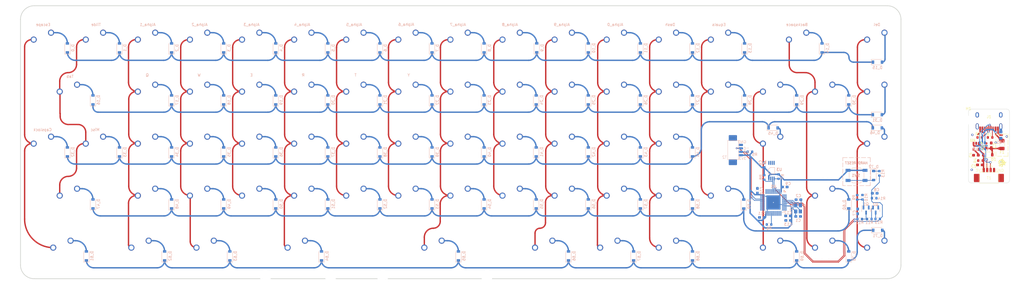
<source format=kicad_pcb>
(kicad_pcb (version 20221018) (generator pcbnew)
  (layers (0 "F.Cu" signal) (31 "B.Cu" signal) (34 "B.Paste" user) (35 "F.Paste" user) (36 "B.SilkS" user "B.Silkscreen") (37 "F.SilkS" user "F.Silkscreen") (38 "B.Mask" user) (39 "F.Mask" user) (44 "Edge.Cuts" user))
  (net 0 "")
  (net 1 "Net-(D_0-A)")
  (net 2 "Net-(D_1-A)")
  (net 3 "Net-(D_2-A)")
  (net 4 "Net-(D_3-A)")
  (net 5 "Net-(D_4-A)")
  (net 6 "Net-(D_5-A)")
  (net 7 "Net-(D_6-A)")
  (net 8 "Net-(D_7-A)")
  (net 9 "Net-(D_8-A)")
  (net 10 "Net-(D_9-A)")
  (net 11 "Net-(D_10-A)")
  (net 12 "Net-(D_11-A)")
  (net 13 "Net-(D_12-A)")
  (net 14 "Net-(D_13-A)")
  (net 15 "Net-(D_14-A)")
  (net 16 "Net-(D_15-A)")
  (net 17 "Net-(D_16-A)")
  (net 18 "Net-(D_17-A)")
  (net 19 "Net-(D_18-A)")
  (net 20 "Net-(D_19-A)")
  (net 21 "Net-(D_20-A)")
  (net 22 "Net-(D_21-A)")
  (net 23 "Net-(D_22-A)")
  (net 24 "Net-(D_23-A)")
  (net 25 "Net-(D_24-A)")
  (net 26 "Net-(D_25-A)")
  (net 27 "Net-(D_26-A)")
  (net 28 "Net-(D_27-A)")
  (net 29 "Net-(D_28-A)")
  (net 30 "Net-(D_29-A)")
  (net 31 "Net-(D_30-A)")
  (net 32 "Net-(D_31-A)")
  (net 33 "Net-(D_32-A)")
  (net 34 "Net-(D_33-A)")
  (net 35 "Net-(D_34-A)")
  (net 36 "Net-(D_35-A)")
  (net 37 "Net-(D_36-A)")
  (net 38 "Net-(D_37-A)")
  (net 39 "Net-(D_38-A)")
  (net 40 "Net-(D_39-A)")
  (net 41 "Net-(D_40-A)")
  (net 42 "Net-(D_41-A)")
  (net 43 "Net-(D_42-A)")
  (net 44 "Net-(D_43-A)")
  (net 45 "Net-(D_44-A)")
  (net 46 "Net-(D_45-A)")
  (net 47 "Net-(D_46-A)")
  (net 48 "Net-(D_47-A)")
  (net 49 "Net-(D_48-A)")
  (net 50 "Net-(D_49-A)")
  (net 51 "Net-(D_50-A)")
  (net 52 "Net-(D_51-A)")
  (net 53 "Net-(D_52-A)")
  (net 54 "Net-(D_53-A)")
  (net 55 "Net-(D_54-A)")
  (net 56 "Net-(D_55-A)")
  (net 57 "Net-(D_56-A)")
  (net 58 "Net-(D_57-A)")
  (net 59 "Net-(D_58-A)")
  (net 60 "Net-(D_59-A)")
  (net 61 "Net-(D_60-A)")
  (net 62 "Net-(D_61-A)")
  (net 63 "Net-(D_62-A)")
  (net 64 "Net-(D_63-A)")
  (net 65 "Net-(D_64-A)")
  (net 66 "Net-(D_65-A)")
  (net 67 "Net-(D_66-A)")
  (net 68 "Net-(D_67-A)")
  (net 69 "Net-(D_68-A)")
  (net 70 "Net-(D_69-A)")
  (net 71 "Net-(D_70-A)")
  (net 72 "Net-(D_71-A)")
  (net 104 "GND")
  (net 105 "Net-(J1-CC1)")
  (net 107 "Net-(J1-CC2)")
  (net 108 "GNDPWR")
  (net 109 "Net-(U1-PD1{slash}OSC_OUT)")
  (net 110 "Net-(U1-PD0{slash}OSC_IN)")
  (net 111 "5V")
  (net 113 "Net-(U4-BP{slash}FB)")
  (net 114 "3V3")
  (net 115 "Net-(U1-NRST)")
  (net 116 "Net-(U1-BOOT0)")
  (net 117 "R0")
  (net 118 "R1")
  (net 119 "R2")
  (net 120 "R3")
  (net 121 "R4")
  (net 122 "Net-(D_72-K)")
  (net 123 "Net-(D_72-A)")
  (net 124 "Net-(U2-VBUS)")
  (net 125 "Net-(J1-D+-PadA6)")
  (net 126 "Net-(J1-D--PadA7)")
  (net 127 "C0")
  (net 128 "C1")
  (net 129 "C2")
  (net 130 "C3")
  (net 131 "C4")
  (net 132 "C5")
  (net 133 "C6")
  (net 134 "C7")
  (net 135 "C8")
  (net 136 "C9")
  (net 137 "C10")
  (net 138 "C11")
  (net 139 "C12")
  (net 140 "C13")
  (net 141 "C15")
  (net 142 "C16")
  (net 143 "C14")
  (net 144 "Net-(Q1-G)")
  (net 145 "Net-(Q1-D)")
  (net 146 "Net-(Q2-G)")
  (net 147 "Net-(Q2-D)")
  (net 148 "D+")
  (net 149 "Net-(U1-PB2--BOOT1)")
  (net 150 "Net-(U1-PB7--I2C1_SDA)")
  (net 151 "Net-(U1-PB6--I2C1_SCL)")
  (net 152 "D-")
  (net 153 "GND1")
  (net 154 "Net-(D1-A)")
  (net 155 "Net-(T1-D-)")
  (net 156 "Net-(T1-D+)")
  (footprint "MX_Only:MXOnly-1.25U-NoLED" (layer "F.Cu") (at 217.29375 88.25)
    (fp_text reference "K_67")
    (fp_text value "KEYSW")
  )
  (footprint "MX_Only:MXOnly-1U-NoLED" (layer "F.Cu") (at 257.775 31.1)
    (fp_text reference "K_28")
    (fp_text value "KEYSW")
  )
  (footprint "MX_Only:MXOnly-1U-NoLED" (layer "F.Cu") (at 314.925 88.25)
    (fp_text reference "K_71")
    (fp_text value "KEYSW")
  )
  (footprint "MX_Only:MXOnly-1U-NoLED" (layer "F.Cu") (at 181.575 31.1)
    (fp_text reference "K_24")
    (fp_text value "KEYSW")
  )
  (footprint "MX_Only:MXOnly-1U-NoLED" (layer "F.Cu") (at 67.275 31.1)
    (fp_text reference "K_18")
    (fp_text value "KEYSW")
  )
  (footprint "MX_Only:MXOnly-2U-NoLED" (layer "F.Cu") (at 286.35 12.05)
    (fp_text reference "K_14")
    (fp_text value "KEYSW")
  )
  (footprint "MX_Only:MXOnly-1U-NoLED" (layer "F.Cu") (at 314.925 50.15)
    (fp_text reference "K_46")
    (fp_text value "KEYSW")
  )
  (footprint "MX_Only:MXOnly-1U-NoLED" (layer "F.Cu") (at 238.725 12.05)
    (fp_text reference "K_12")
    (fp_text value "KEYSW")
  )
  (footprint "Capacitor_SMD:C_0603_1608Metric_Pad1.08x0.95mm_HandSolder" (layer "F.Cu") (at 350.915922 51.864636 180)
    (fp_text reference "C4")
    (fp_text value "10n")
  )
  (footprint "MX_Only:MXOnly-1U-NoLED" (layer "F.Cu") (at 257.775 12.05)
    (fp_text reference "K_13")
    (fp_text value "KEYSW")
  )
  (footprint "MX_Only:MXOnly-1U-NoLED" (layer "F.Cu") (at 67.275 50.15)
    (fp_text reference "K_35")
    (fp_text value "KEYSW")
  )
  (footprint "MX_Only:MXOnly-2U-NoLED" (layer "F.Cu") (at 19.65 31.1)
    (fp_text reference "K_16")
    (fp_text value "KEYSW")
  )
  (footprint "MX_Only:MXOnly-1U-NoLED" (layer "F.Cu") (at 181.575 50.15)
    (fp_text reference "K_41")
    (fp_text value "KEYSW")
  )
  (footprint "MX_Only:MXOnly-2.25U-NoLED" (layer "F.Cu") (at 102.99375 88.25)
    (fp_text reference "K_64")
    (fp_text value "KEYSW")
  )
  (footprint "MX_Only:MXOnly-1U-NoLED" (layer "F.Cu") (at 314.925 31.1)
    (fp_text reference "K_31")
    (fp_text value "KEYSW")
  )
  (footprint "MX_Only:MXOnly-1.25U-NoLED" (layer "F.Cu") (at 69.65625 88.25)
    (fp_text reference "K_63")
    (fp_text value "KEYSW")
  )
  (footprint "MX_Only:MXOnly-1U-NoLED" (layer "F.Cu") (at 295.875 88.25)
    (fp_text reference "K_70")
    (fp_text value "KEYSW")
  )
  (footprint "MX_Only:MXOnly-1U-NoLED" (layer "F.Cu") (at 48.225 31.1)
    (fp_text reference "K_17")
    (fp_text value "KEYSW")
  )
  (footprint "MX_Only:MXOnly-1U-NoLED" (layer "F.Cu") (at 200.625 31.1)
    (fp_text reference "K_25")
    (fp_text value "KEYSW")
  )
  (footprint "MX_Only:MXOnly-1U-NoLED" (layer "F.Cu") (at 257.775 69.2)
    (fp_text reference "K_59")
    (fp_text value "KEYSW")
  )
  (footprint "MX_Only:MXOnly-1U-NoLED" (layer "F.Cu") (at 238.725 88.25)
    (fp_text reference "K_68")
    (fp_text value "KEYSW")
  )
  (footprint "MX_Only:MXOnly-1U-NoLED" (layer "F.Cu") (at 200.625 50.15)
    (fp_text reference "K_42")
    (fp_text value "KEYSW")
  )
  (footprint "MX_Only:MXOnly-2U-NoLED" (layer "F.Cu") (at 19.65 69.2)
    (fp_text reference "K_47")
    (fp_text value "KEYSW")
  )
  (footprint "MX_Only:MXOnly-1U-NoLED" (layer "F.Cu") (at 181.575 12.05)
    (fp_text reference "K_9")
    (fp_text value "KEYSW")
  )
  (footprint "MX_Only:MXOnly-1U-NoLED" (layer "F.Cu") (at 219.675 50.15)
    (fp_text reference "K_43")
    (fp_text value "KEYSW")
  )
  (footprint "MX_Only:MXOnly-1U-NoLED" (layer "F.Cu") (at 200.625 12.05)
    (fp_text reference "K_10")
    (fp_text value "KEYSW")
  )
  (footprint "MX_Only:MXOnly-1U-NoLED" (layer "F.Cu") (at 124.425 12.05)
    (fp_text reference "K_6")
    (fp_text value "KEYSW")
  )
  (footprint "Capacitor_SMD:C_0603_1608Metric_Pad1.08x0.95mm_HandSolder" (layer "F.Cu") (at 352.37744 55.405781 180)
    (fp_text reference "C5")
    (fp_text value "1u")
  )
  (footprint "Resistor_SMD:R_0603_1608Metric" (layer "F.Cu") (at 356.101352 45.346196 180)
    (fp_text reference "R1")
    (fp_text value "5.1k")
  )
  (footprint "Fuse:Fuse_1206_3216Metric" (layer "F.Cu") (at 360.5 48 -90)
    (fp_text reference "F1")
    (fp_text value "nSMD100-16V")
  )
  (footprint "MX_Only:MXOnly-1U-NoLED" (layer "F.Cu") (at 295.875 31.1)
    (fp_text reference "K_30")
    (fp_text value "KEYSW")
  )
  (footprint "MX_Only:MXOnly-1.75U-NoLED" (layer "F.Cu") (at 17.26875 88.25)
    (fp_text reference "K_61")
    (fp_text value "KEYSW")
  )
  (footprint "MX_Only:MXOnly-1U-NoLED" (layer "F.Cu") (at 86.325 31.1)
    (fp_text reference "K_19")
    (fp_text value "KEYSW")
  )
  (footprint "MX_Only:MXOnly-1U-NoLED" (layer "F.Cu") (at 48.225 12.05)
    (fp_text reference "K_2")
    (fp_text value "KEYSW")
  )
  (footprint "MX_Only:MXOnly-1U-NoLED" (layer "F.Cu") (at 219.675 31.1)
    (fp_text reference "K_26")
    (fp_text value "KEYSW")
  )
  (footprint "acheron_Connectors:TYPE-C-31-M-12" (layer "F.Cu") (at 355.7 42.7975 180)
    (fp_text reference "J1")
    (fp_text value "TYPE-C-31-M12_13")
  )
  (footprint "Capacitor_SMD:C_0603_1608Metric_Pad1.08x0.95mm_HandSolder" (layer "F.Cu") (at 356.517664 48.228855 90)
    (fp_text reference "C3")
    (fp_text value "1u")
  )
  (footprint "Legshark:Legshark_Logo_SMall" (layer "F.Cu") (at 360.549422 54.616026 -10)
    (fp_text reference "Legshark_Logo1" hide)
    (fp_text value "Small" hide)
  )
  (footprint "MX_Only:MXOnly-1U-NoLED" (layer "F.Cu") (at 105.375 31.1)
    (fp_text reference "K_20")
    (fp_text value "KEYSW")
  )
  (footprint "MX_Only:MXOnly-1U-NoLED" (layer "F.Cu") (at 238.725 69.2)
    (fp_text reference "K_58")
    (fp_text value "KEYSW")
  )
  (footprint "MX_Only:MXOnly-1.25U-NoLED" (layer "F.Cu") (at 193.48125 88.25)
    (fp_text reference "K_66")
    (fp_text value "KEYSW")
  )
  (footprint "MX_Only:MXOnly-1U-NoLED" (layer "F.Cu") (at 10.125 12.05)
    (fp_text reference "K_0")
    (fp_text value "KEYSW")
  )
  (footprint "Legshark:Molex, PicoBlade, 53261, 4 Way, 1 Row, Right Angle PCB Header" (layer "F.Cu") (at 355.7 58.1)
    (fp_text reference "T1")
    (fp_text value "53261-0471" hide)
  )
  (footprint "MX_Only:MXOnly-1.25U-NoLED" (layer "F.Cu") (at 45.84375 88.25)
    (fp_text reference "K_62")
    (fp_text value "KEYSW")
  )
  (footprint "MX_Only:MXOnly-1U-NoLED" (layer "F.Cu") (at 162.525 50.15)
    (fp_text reference "K_40")
    (fp_text value "KEYSW")
  )
  (footprint "MX_Only:MXOnly-1U-NoLED" (layer "F.Cu") (at 295.875 69.2)
    (fp_text reference "K_60")
    (fp_text value "KEYSW")
  )
  (footprint "MX_Only:MXOnly-1U-NoLED" (layer "F.Cu") (at 86.325 50.15)
    (fp_text reference "K_36")
    (fp_text value "KEYSW")
  )
  (footprint "MX_Only:MXOnly-1U-NoLED" (layer "F.Cu") (at 67.275 12.05)
    (fp_text reference "K_3")
    (fp_text value "KEYSW")
  )
  (footprint "MX_Only:MXOnly-3U-NoLED" (layer "F.Cu") (at 153 88.25)
    (fp_text reference "K_65")
    (fp_text value "KEYSW")
  )
  (footprint "MX_Only:MXOnly-1U-NoLED" (layer "F.Cu") (at 162.525 12.05)
    (fp_text reference "K_8")
    (fp_text value "KEYSW")
  )
  (footprint "MX_Only:MXOnly-1U-NoLED" (layer "F.Cu") (at 162.525 69.2)
    (fp_text reference "K_54")
    (fp_text value "KEYSW")
  )
  (footprint "MX_Only:MXOnly-1U-NoLED" (layer "F.Cu") (at 105.375 50.15)
    (fp_text reference "K_37")
    (fp_text value "KEYSW")
  )
  (footprint "MX_Only:MXOnly-1U-NoLED" (layer "F.Cu") (at 124.425 31.1)
    (fp_text reference "K_21")
    (fp_text value "KEYSW")
  )
  (footprint "Resistor_SMD:R_0603_1608Metric" (layer "F.Cu") (at 352.328751 45.334034 180)
    (fp_text reference "R2")
    (fp_text value "5.1k")
  )
  (footprint "MX_Only:MXOnly-1U-NoLED" (layer "F.Cu") (at 29.175 12.05)
    (fp_text reference "K_1")
    (fp_text value "KEYSW")
  )
  (footprint "MX_Only:MXOnly-1U-NoLED" (layer "F.Cu") (at 314.925 12.05)
    (fp_text reference "K_15")
    (fp_text value "KEYSW")
  )
  (footprint "MX_Only:MXOnly-3U-NoLED" (layer "F.Cu") (at 276.825 50.15)
    (fp_text reference "K_45")
    (fp_text value "KEYSW")
  )
  (footprint "MX_Only:MXOnly-1U-NoLED" (layer "F.Cu") (at 162.525 31.1)
    (fp_text reference "K_23")
    (fp_text value "KEYSW")
  )
  (footprint "MX_Only:MXOnly-1U-NoLED" (layer "F.Cu") (at 124.425 50.15)
    (fp_text reference "K_38")
    (fp_text value "KEYSW")
  )
  (footprint "acheron_Components:SOT-23-5" (layer "F.Cu") (at 351 48.6 -90)
    (fp_text reference "U4")
    (fp_text value "SGM2007-3.3XN5/TR")
  )
  (footprint "MX_Only:MXOnly-1U-NoLED" (layer "F.Cu") (at 48.225 69.2)
    (fp_text reference "K_48")
    (fp_text value "KEYSW")
  )
  (footprint "MX_Only:MXOnly-1U-NoLED" (layer "F.Cu") (at 276.825 31.1)
    (fp_text reference "K_29")
    (fp_text value "KEYSW")
  )
  (footprint "Diode_SMD:D_SOD-123" (layer "F.Cu") (at 355.235806 51.718694 180)
    (fp_text reference "D1")
    (fp_text value "B5819W-SL")
  )
  (footprint "MX_Only:MXOnly-1U-NoLED" (layer "F.Cu") (at 200.625 69.2)
    (fp_text reference "K_56")
    (fp_text value "KEYSW")
  )
  (footprint "MX_Only:MXOnly-1U-NoLED" (layer "F.Cu") (at 219.675 12.05)
    (fp_text reference "K_11")
    (fp_text value "KEYSW")
  )
  (footprint "MX_Only:MXOnly-1U-NoLED" (layer "F.Cu") (at 10.125 50.15)
    (fp_text reference "K_32")
    (fp_text value "KEYSW")
  )
  (footprint "MX_Only:MXOnly-1U-NoLED" (layer "F.Cu") (at 219.675 69.2)
    (fp_text reference "K_57")
    (fp_text value "KEYSW")
  )
  (footprint "Resistor_SMD:R_0603_1608Metric" (layer "F.Cu") (at 354.620418 48.360203 -90)
    (fp_text reference "R3")
    (fp_text value "100k")
  )
  (footprint "MX_Only:MXOnly-1U-NoLED" (layer "F.Cu") (at 48.225 50.15)
    (fp_text reference "K_34")
    (fp_text value "KEYSW")
  )
  (footprint "MX_Only:MXOnly-1U-NoLED" (layer "F.Cu") (at 143.475 50.15)
    (fp_text reference "K_39")
    (fp_text value "KEYSW")
  )
  (footprint "MX_Only:MXOnly-1U-NoLED" (layer "F.Cu") (at 86.325 12.05)
    (fp_text reference "K_4")
    (fp_text value "KEYSW")
  )
  (footprint "MX_Only:MXOnly-1U-NoLED" (layer "F.Cu") (at 124.425 69.2)
    (fp_text reference "K_52")
    (fp_text value "KEYSW")
  )
  (footprint "MX_Only:MXOnly-1U-NoLED" (layer "F.Cu") (at 276.825 88.25)
    (fp_text reference "K_69")
    (fp_text value "KEYSW")
  )
  (footprint "MX_Only:MXOnly-1U-NoLED" (layer "F.Cu") (at 181.575 69.2)
    (fp_text reference "K_55")
    (fp_text value "KEYSW")
  )
  (footprint "MX_Only:MXOnly-1U-NoLED" (layer "F.Cu") (at 29.175 50.15)
    (fp_text reference "K_33")
    (fp_text value "KEYSW")
  )
  (footprint "MX_Only:MXOnly-1U-NoLED" (layer "F.Cu") (at 238.725 50.15)
    (fp_text reference "K_44")
    (fp_text value "KEYSW")
  )
  (footprint "MX_Only:MXOnly-1U-NoLED" (layer "F.Cu") (at 238.725 31.1)
    (fp_text reference "K_27")
    (fp_text value "KEYSW")
  )
  (footprint "MX_Only:MXOnly-1U-NoLED" (layer "F.Cu") (at 143.475 12.05)
    (fp_text reference "K_7")
    (fp_text value "KEYSW")
  )
  (footprint "MX_Only:MXOnly-1U-NoLED" (layer "F.Cu") (at 143.475 69.2)
    (fp_text reference "K_53")
    (fp_text value "KEYSW")
  )
  (footprint "Resistor_SMD:R_0603_1608Metric" (layer "F.Cu") (at 352.581759 53.829607)
    (fp_text reference "R4")
    (fp_text value "100k")
  )
  (footprint "MountingHole:MountingHole_3.2mm_M3" (layer "F.Cu") (at 348.207151 38.994053)
    (fp_text reference "H1")
    (fp_text value "Key")
  )
  (footprint "MX_Only:MXOnly-1U-NoLED" (layer "F.Cu") (at 105.375 69.2)
    (fp_text reference "K_51")
    (fp_text value "KEYSW")
  )
  (footprint "MX_Only:MXOnly-1U-NoLED" (layer "F.Cu") (at 105.375 12.05)
    (fp_text reference "K_5")
    (fp_text value "KEYSW")
  )
  (footprint "MX_Only:MXOnly-1U-NoLED" (layer "F.Cu") (at 67.275 69.2)
    (fp_text reference "K_49")
    (fp_text value "KEYSW")
  )
  (footprint "MX_Only:MXOnly-1U-NoLED" (layer "F.Cu") (at 143.475 31.1)
    (fp_text reference "K_22")
    (fp_text value "KEYSW")
  )
  (footprint "MX_Only:MXOnly-1U-NoLED" (layer "F.Cu") (at 86.325 69.2)
    (fp_text reference "K_50")
    (fp_text value "KEYSW")
  )
  (footprint "Diode_SMD:D_SOD-123" (layer "B.Cu") (at 228.2 50.65 90)
    (fp_text reference "D_43")
    (fp_text value "D")
  )
  (footprint "Diode_SMD:D_SOD-123" (layer "B.Cu") (at 201.911781 88.75 90)
    (fp_text reference "D_66")
    (fp_text value "D")
  )
  (footprint "Diode_SMD:D_SOD-123" (layer "B.Cu") (at 190.1 31.6 90)
    (fp_text reference "D_24")
    (fp_text value "D")
  )
  (footprint "Diode_SMD:D_SOD-123" (layer "B.Cu") (at 75.8 69.7 90)
    (fp_text reference "D_49")
    (fp_text value "D")
  )
  (footprint "Diode_SMD:D_SOD-123" (layer "B.Cu") (at 209.15 50.65 90)
    (fp_text reference "D_42")
    (fp_text value "D")
  )
  (footprint "Resistor_SMD:R_0603_1608Metric" (layer "B.Cu") (at 313.7 67.6)
    (fp_text reference "R14")
    (fp_text value "1M")
  )
  (footprint "Inductor_SMD:L_0805_2012Metric_Pad1.05x1.20mm_HandSolder" (layer "B.Cu") (at 360 44.5 -90)
    (fp_text reference "FB1")
    (fp_text value "GZ2012D601TF")
  )
  (footprint "Diode_SMD:D_SOD-123" (layer "B.Cu") (at 304.4 31.6 90)
    (fp_text reference "D_30")
    (fp_text value "D")
  )
  (footprint "Diode_SMD:D_SOD-123" (layer "B.Cu") (at 113.9 50.65 90)
    (fp_text reference "D_37")
    (fp_text value "D")
  )
  (footprint "Diode_SMD:D_SOD-123" (layer "B.Cu") (at 18.65 12.55 90)
    (fp_text reference "D_0")
    (fp_text value "D")
  )
  (footprint "Diode_SMD:D_SOD-123" (layer "B.Cu") (at 152 12.55 90)
    (fp_text reference "D_7")
    (fp_text value "D")
  )
  (footprint "Diode_SMD:D_SOD-123" (layer "B.Cu") (at 209.15 31.6 90)
    (fp_text reference "D_25")
    (fp_text value "D")
  )
  (footprint "Resistor_SMD:R_0603_1608Metric" (layer "B.Cu") (at 268.270817 50.59689)
    (fp_text reference "R5")
    (fp_text value "1.5k")
  )
  (footprint "Diode_SMD:D_SOD-123" (layer "B.Cu") (at 190.29373 12.523077 90)
    (fp_text reference "D_9")
    (fp_text value "D")
  )
  (footprint "Diode_SMD:D_SOD-123" (layer "B.Cu") (at 304.4 69.7 90)
    (fp_text reference "D_60")
    (fp_text value "D")
  )
  (footprint "Diode_SMD:D_SOD-123" (layer "B.Cu") (at 313.5 59.3 -90)
    (fp_text reference "D_72")
    (fp_text value "D")
  )
  (footprint "Diode_SMD:D_SOD-123" (layer "B.Cu") (at 314.918399 17.770725)
    (fp_text reference "D_15")
    (fp_text value "D")
  )
  (footprint "Diode_SMD:D_SOD-123" (layer "B.Cu") (at 18.65 50.65 90)
    (fp_text reference "D_32")
    (fp_text value "D")
  )
  (footprint "Diode_SMD:D_SOD-123" (layer "B.Cu") (at 94.85 69.7 90)
    (fp_text reference "D_50")
    (fp_text value "D")
  )
  (footprint "Resistor_SMD:R_0603_1608Metric" (layer "B.Cu") (at 273.5 60 90)
    (fp_text reference "R8")
    (fp_text value "4.7k")
  )
  (footprint "Diode_SMD:D_SOD-123" (layer "B.Cu") (at 247.25 12.55 90)
    (fp_text reference "D_12")
    (fp_text value "D")
  )
  (footprint "Diode_SMD:D_SOD-123" (layer "B.Cu") (at 152 50.65 90)
    (fp_text reference "D_39")
    (fp_text value "D")
  )
  (footprint "Diode_SMD:D_SOD-123" (layer "B.Cu") (at 25.597766 88.75 90)
    (fp_text reference "D_61")
    (fp_text value "D")
  )
  (footprint "Diode_SMD:D_SOD-123" (layer "B.Cu") (at 56.75 12.55 90)
    (fp_text reference "D_2")
    (fp_text value "D")
  )
  (footprint "Resistor_SMD:R_0603_1608Metric" (layer "B.Cu") (at 278.75 59.675 90)
    (fp_text reference "R7")
    (fp_text value "4.7k")
  )
  (footprint "Resistor_SMD:R_0603_1608Metric" (layer "B.Cu") (at 309.425 67.25 90)
    (fp_text reference "R9")
    (fp_text value "100R")
  )
  (footprint "Capacitor_SMD:C_0603_1608Metric_Pad1.08x0.95mm_HandSolder" (layer "B.Cu") (at 285.890377 74.293308)
    (fp_text reference "C1")
    (fp_text value "15p")
  )
  (footprint "Package_TO_SOT_SMD:SOT-23" (layer "B.Cu") (at 314.25 71.9375 -90)
    (fp_text reference "Q2")
    (fp_text value "2N7002")
  )
  (footprint "Diode_SMD:D_SOD-123" (layer "B.Cu") (at 247.25 69.7 90)
    (fp_text reference "D_58")
    (fp_text value "D")
  )
  (footprint "Resistor_SMD:R_0603_1608Metric" (layer "B.Cu") (at 275.25 77.25)
    (fp_text reference "R6")
    (fp_text value "10k")
  )
  (footprint "acheron_Hardware:K2-1187SQ-A4SW-06" (layer "B.Cu") (at 307.25 59.25 180)
    (fp_text reference "SW1")
    (fp_text value "K2-1187SQ-A4SW-06")
  )
  (footprint "Diode_SMD:D_SOD-123" (layer "B.Cu") (at 152 31.6 90)
    (fp_text reference "D_22")
    (fp_text value "D")
  )
  (footprint "Capacitor_SMD:C_0603_1608Metric_Pad1.08x0.95mm_HandSolder" (layer "B.Cu") (at 282.25 75.75)
    (fp_text reference "C13")
    (fp_text value "4.7u")
  )
  (footprint "Diode_SMD:D_SOD-123" (layer "B.Cu") (at 171.05 69.7 90)
    (fp_text reference "D_54")
    (fp_text value "D")
  )
  (footprint "Diode_SMD:D_SOD-123" (layer "B.Cu") (at 132.95 31.6 90)
    (fp_text reference "D_21")
    (fp_text value "D")
  )
  (footprint "Diode_SMD:D_SOD-123" (layer "B.Cu") (at 54.198485 88.75 90)
    (fp_text reference "D_62")
    (fp_text value "D")
  )
  (footprint "Diode_SMD:D_SOD-123" (layer "B.Cu") (at 56.75 69.7 90)
    (fp_text reference "D_48")
    (fp_text value "D")
  )
  (footprint "Diode_SMD:D_SOD-123" (layer "B.Cu") (at 285.35 88.75 90)
    (fp_text reference "D_69")
    (fp_text value "D")
  )
  (footprint "Diode_SMD:D_SOD-123" (layer "B.Cu") (at 56.75 31.6 90)
    (fp_text reference "D_17")
    (fp_text value "D")
  )
  (footprint "Diode_SMD:D_SOD-123" (layer "B.Cu") (at 294.64 12.55 90)
    (fp_text reference "D_14")
    (fp_text value "D")
  )
  (footprint "Capacitor_SMD:C_0603_1608Metric_Pad1.08x0.95mm_HandSolder" (layer "B.Cu") (at 272.624458 74.654161)
    (fp_text reference "C11")
    (fp_text value "100n")
  )
  (footprint "Diode_SMD:D_SOD-123" (layer "B.Cu") (at 209.15 12.55 90)
    (fp_text reference "D_10")
    (fp_text value "D")
  )
  (footprint "Diode_SMD:D_SOD-123" (layer "B.Cu") (at 171.05 50.65 90)
    (fp_text reference "D_40")
    (fp_text value "D")
  )
  (footprint "Capacitor_SMD:C_0603_1608Metric_Pad1.08x0.95mm_HandSolder" (layer "B.Cu") (at 286.004605 68.149446 180)
    (fp_text reference "C2")
    (fp_text value "15p")
  )
  (footprint "Diode_SMD:D_SOD-123" (layer "B.Cu") (at 37.7 12.55 90)
    (fp_text reference "D_1")
    (fp_text value "D")
  )
  (footprint "Diode_SMD:D_SOD-123" (layer "B.Cu") (at 171.05 31.6 90)
    (fp_text reference "D_23")
    (fp_text value "D")
  )
  (footprint "Diode_SMD:D_SOD-123" (layer "B.Cu") (at 113.9 12.55 90)
    (fp_text reference "D_5")
    (fp_text value "D")
  )
  (footprint "Diode_SMD:D_SOD-123" (layer "B.Cu") (at 228.2 31.6 90)
    (fp_text reference "D_26")
    (fp_text value "D")
  )
  (footprint "acheron_Components:TSSOP-8_4.4x3mm_P0.65mm" (layer "B.Cu") (at 276.138108 57.53419 -90)
    (fp_text reference "U3")
    (fp_text value "AT24C256C-SSHL-T")
  )
  (footprint "Diode_SMD:D_SOD-123" (layer "B.Cu") (at 94.85 12.55 90)
    (fp_text reference "D_4")
    (fp_text value "D")
  )
  (footprint "Diode_SMD:D_SOD-123" (layer "B.Cu") (at 161.651517 88.75 90)
    (fp_text reference "D_65")
    (fp_text value "D")
  )
  (footprint "Diode_SMD:D_SOD-123" (layer "B.Cu") (at 247.25 88.75 90)
    (fp_text reference "D_68")
    (fp_text value "D")
  )
  (footprint "Diode_SMD:D_SOD-123" (layer "B.Cu") (at 190.1 69.7 90)
    (fp_text reference "D_55")
    (fp_text value "D")
  )
  (footprint "Diode_SMD:D_SOD-123" (layer "B.Cu") (at 111.585986 88.75 90)
    (fp_text reference "D_64")
    (fp_text value "D")
  )
  (footprint "Diode_SMD:D_SOD-123" (layer "B.Cu") (at 132.95 12.55 90)
    (fp_text reference "D_6")
    (fp_text value "D")
  )
  (footprint "Diode_SMD:D_SOD-123" (layer "B.Cu") (at 75.8 12.55 90)
    (fp_text reference "D_3")
    (fp_text value "D")
  )
  (footprint "Diode_SMD:D_SOD-123" (layer "B.Cu") (at 285.35 31.6 90)
    (fp_text reference "D_29")
    (fp_text value "D")
  )
  (footprint "Diode_SMD:D_SOD-123" (layer "B.Cu") (at 152 69.7 90)
    (fp_text reference "D_53")
    (fp_text value "D")
  )
  (footprint "Diode_SMD:D_SOD-123" (layer "B.Cu") (at 247.25 31.6 90)
    (fp_text reference "D_27")
    (fp_text value "D")
  )
  (footprint "Diode_SMD:D_SOD-123" (layer "B.Cu") (at 225.71717 88.75 90)
    (fp_text reference "D_67")
    (fp_text value "D")
  )
  (footprint "Diode_SMD:D_SOD-123" (layer "B.Cu") (at 266.3 31.6 90)
    (fp_text reference "D_28")
    (fp_text value "D")
  )
  (footprint "Diode_SMD:D_SOD-123" (layer "B.Cu") (at 56.75 50.65 90)
    (fp_text reference "D_34")
    (fp_text value "D")
  )
  (footprint "Resistor_SMD:R_0603_1608Metric" (layer "B.Cu") (at 315 75.2)
    (fp_text reference "R15")
    (fp_text value "10k")
  )
  (footprint "Capacitor_SMD:C_0603_1608Metric_Pad1.08x0.95mm_HandSolder" (layer "B.Cu") (at 313.9 65.8)
    (fp_text reference "C8")
    (fp_text value "10n")
  )
  (footprint "Capacitor_SMD:C_0603_1608Metric_Pad1.08x0.95mm_HandSolder" (layer "B.Cu") (at 307.675 72.4375 -90)
    (fp_text reference "C7")
    (fp_text value "100n")
  )
  (footprint "Diode_SMD:D_SOD-123" (layer "B.Cu") (at 209.15 69.7 90)
    (fp_text reference "D_56")
    (fp_text value "D")
  )
  (footprint "acheron_Components:SOT-23-6" (layer "B.Cu") (at 353.25 48.425 90)
    (fp_text reference "U2")
    (fp_text value "USBLC6-2SC6")
  )
  (footprint "Diode_SMD:D_SOD-123" (layer "B.Cu") (at 28 31.6 90)
    (fp_text reference "D_16")
    (fp_text value "D")
  )
  (footprint "Diode_SMD:D_SOD-123" (layer "B.Cu") (at 228.2 12.55 90)
    (fp_text reference "D_11")
    (fp_text value "D")
  )
  (footprint "Diode_SMD:D_SOD-123" (layer "B.Cu") (at 75.8 50.65 90)
    (fp_text reference "D_35")
    (fp_text value "D")
  )
  (footprint "Diode_SMD:D_SOD-123" (layer "B.Cu") (at 94.85 50.65 90)
    (fp_text reference "D_36")
    (fp_text value "D")
  )
  (footprint "acheron_Components:STM_UFQFPN-48_LQFP-48-1EP_7x7mm_P0.5mm_HandSoldering" (layer "B.Cu") (at 276.854919 69.166315 180)
    (fp_text reference "U1")
    (fp_text value "STM32F411CEU6")
  )
  (footprint "Diode_SMD:D_SOD-123" (layer "B.Cu") (at 314.867655 37.021819)
    (fp_text reference "D_31")
    (fp_text value "D")
  )
  (footprint "Resistor_SMD:R_0603_1608Metric" (layer "B.Cu") (at 315.6 58.5 90)
    (fp_text reference "R13")
    (fp_text value "330k")
  )
  (footprint "Diode_SMD:D_SOD-123" (layer "B.Cu") (at 171.05 12.55 90)
    (fp_text reference "D_8")
    (fp_text value "D")
  )
  (footprint "Diode_SMD:D_SOD-123" (layer "B.Cu") (at 266.3 12.55 90)
    (fp_text reference "D_13")
    (fp_text value "D")
  )
  (footprint "Diode_SMD:D_SOD-123" (layer "B.Cu") (at 190.1 50.65 90)
    (fp_text reference "D_41")
    (fp_text value "D")
  )
  (footprint "Diode_SMD:D_SOD-123" (layer "B.Cu") (at 94.85 31.6 90)
    (fp_text reference "D_19")
    (fp_text value "D")
  )
  (footprint "Diode_SMD:D_SOD-123" (layer "B.Cu") (at 266 69.75 90)
    (fp_text reference "D_59")
    (fp_text value "D")
  )
  (footprint "Diode_SMD:D_SOD-123" (layer "B.Cu") (at 247.25 50.65 90)
    (fp_text reference "D_44")
    (fp_text value "D")
  )
  (footprint "Diode_SMD:D_SOD-123" (layer "B.Cu") (at 132.95 50.65 90)
    (fp_text reference "D_38")
    (fp_text value "D")
  )
  (footprint "Legshark:Molex, PicoBlade, 53261, 4 Way, 1 Row, Right Angle PCB Header" (layer "B.Cu") (at 264.125 49.95 90)
    (fp_text reference "T2")
    (fp_text value "53261-0471")
  )
  (footprint "Capacitor_SMD:C_0603_1608Metric_Pad1.08x0.95mm_HandSolder" (layer "B.Cu") (at 273.5 55.5 90)
    (fp_text reference "C6")
    (fp_text value "100n")
  )
  (footprint "Capacitor_SMD:C_0603_1608Metric_Pad1.08x0.95mm_HandSolder" (layer "B.Cu") (at 281 63.5 180)
    (fp_text reference "C9")
    (fp_text value "100n")
  )
  (footprint "Package_TO_SOT_SMD:SOT-23" (layer "B.Cu") (at 310.75 71.9375 -90)
    (fp_text reference "Q1")
    (fp_text value "2N7002" hide)
  )
  (footprint "Diode_SMD:D_SOD-123" (layer "B.Cu") (at 113.9 31.6 90)
    (fp_text reference "D_20")
    (fp_text value "D")
  )
  (footprint "Diode_SMD:D_SOD-123" (layer "B.Cu") (at 314.867655 41.85)
    (fp_text reference "D_46")
    (fp_text value "D")
  )
  (footprint "Diode_SMD:D_SOD-123" (layer "B.Cu") (at 37.7 50.65 90)
    (fp_text reference "D_33")
    (fp_text value "D")
  )
  (footprint "Resistor_SMD:R_0603_1608Metric" (layer "B.Cu") (at 308.425 75.25 180)
    (fp_text reference "R12")
    (fp_text value "100R")
  )
  (footprint "Capacitor_SMD:C_0603_1608Metric_Pad1.08x0.95mm_HandSolder" (layer "B.Cu") (at 271 64.8875 -90)
    (fp_text reference "C10")
    (fp_text value "100n")
  )
  (footprint "Diode_SMD:D_SOD-123" (layer "B.Cu") (at 78.060962 88.75 90)
    (fp_text reference "D_63")
    (fp_text value "D")
  )
  (footprint "Diode_SMD:D_SOD-123" (layer "B.Cu") (at 276.75 41.85)
    (fp_text reference "D_45")
    (fp_text value "D")
  )
  (footprint "Diode_SMD:D_SOD-123" (layer "B.Cu") (at 113.9 69.7 90)
    (fp_text reference "D_51")
    (fp_text value "D")
  )
  (footprint "Resistor_SMD:R_0603_1608Metric" (layer "B.Cu") (at 307.5 67.3 90)
    (fp_text reference "R10")
    (fp_text value "100R")
  )
  (footprint "acheron_Components:Crystal_SMD_3225-4Pin_3.2x2.5mm" (layer "B.Cu") (at 285.85 71.35 -90)
    (fp_text reference "Y1")
    (fp_text value "TAXM8M4RFDCET2T")
  )
  (footprint "Resistor_SMD:R_0603_1608Metric" (layer "B.Cu") (at 311.925 75.25 180)
    (fp_text reference "R11")
    (fp_text value "100R")
  )
  (footprint "Diode_SMD:D_SOD-123" (layer "B.Cu") (at 28 69.7 90)
    (fp_text reference "D_47")
    (fp_text value "D")
  )
  (footprint "Diode_SMD:D_SOD-123" (layer "B.Cu") (at 304.4 88.75 90)
    (fp_text reference "D_70")
    (fp_text value "D")
  )
  (footprint "Diode_SMD:D_SOD-123" (layer "B.Cu") (at 228.2 69.7 90)
    (fp_text reference "D_57")
    (fp_text value "D")
  )
  (footprint "Diode_SMD:D_SOD-123" (layer "B.Cu") (at 132.95 69.7 90)
    (fp_text reference "D_52")
    (fp_text value "D")
  )
  (footprint "Diode_SMD:D_SOD-123" (layer "B.Cu") (at 75.8 31.6 90)
    (fp_text reference "D_18")
    (fp_text value "D")
  )
  (footprint "Capacitor_SMD:C_0603_1608Metric_Pad1.08x0.95mm_HandSolder" (layer "B.Cu") (at 282.205224 74.083138)
    (fp_text reference "C12")
    (fp_text value "10n")
  )
  (footprint "Diode_SMD:D_SOD-123" (layer "B.Cu") (at 315 79.35)
    (fp_text reference "D_71")
    (fp_text value "D")
  )
  (gr_poly (pts (xy 359.483072 45.229736) (xy 361.281943 46.025391) (xy 359.644509 47.063201) (xy 359.099659 45.532431) (xy 359.29569 45.362345)) (fill solid) (layer "F.Cu"))
  (gr_poly (pts (xy 358.74147 49.14819) (xy 359.826847 48.771984) (xy 359.826847 50.017356) (xy 358.74147 49.64115) (xy 358.74147 49.360076)) (fill solid) (layer "F.Cu"))
  (gr_poly (pts (xy 281.741994 70.568458) (xy 282.82702 70.633043) (xy 282.943273 70.668564) (xy 283.117652 70.81711) (xy 283.227446 71.014094) (xy 283.25328 71.388686) (xy 283.721521 70.891382) (xy 283.576205 70.678252) (xy 283.29849 70.436059) (xy 283.088589 70.30043) (xy 281.738764 70.297201) (xy 281.715901 70.526478)) (fill solid) (layer "B.Cu"))
  (gr_rect (start 302.25 52.75) (end 312.25 63) (stroke (width 0.15) (type dash)) (fill none) (layer "B.SilkS"))
  (gr_rect (start 358.244268 44.077568) (end 362.64334 52.23922) (stroke (width 0.15) (type dash)) (fill none) (layer "F.SilkS"))
  (gr_arc (start 1.5 2.1) (mid 2.964466 -1.435534) (end 6.5 -2.9) (stroke (width 0.25)) (layer "Edge.Cuts"))
  (gr_line (start 6.5 -2.9) (end 318.5 -2.9) (stroke (width 0.25)) (layer "Edge.Cuts"))
  (gr_line (start 348.2 61) (end 348.2 36) (stroke (width 0.1)) (layer "Edge.Cuts"))
  (gr_line (start 349.2 35) (end 362.2 35) (stroke (width 0.1)) (layer "Edge.Cuts"))
  (gr_line (start 362.2 62) (end 349.2 62) (stroke (width 0.1)) (layer "Edge.Cuts"))
  (gr_arc (start 348.2 36) (mid 348.492893 35.292893) (end 349.2 35) (stroke (width 0.1)) (layer "Edge.Cuts"))
  (gr_line (start 323.5 2.1) (end 323.5 92.1) (stroke (width 0.25)) (layer "Edge.Cuts"))
  (gr_arc (start 323.5 92.1) (mid 322.035534 95.635534) (end 318.5 97.1) (stroke (width 0.25)) (layer "Edge.Cuts"))
  (gr_arc (start 349.2 62) (mid 348.492893 61.707107) (end 348.2 61) (stroke (width 0.1)) (layer "Edge.Cuts"))
  (gr_line (start 363.2 36) (end 363.2 61) (stroke (width 0.1)) (layer "Edge.Cuts"))
  (gr_arc (start 318.5 -2.9) (mid 322.035534 -1.435534) (end 323.5 2.1) (stroke (width 0.25)) (layer "Edge.Cuts"))
  (gr_arc (start 363.2 61) (mid 362.907107 61.707107) (end 362.2 62) (stroke (width 0.1)) (layer "Edge.Cuts"))
  (gr_line (start 1.5 92.1) (end 1.5 2.1) (stroke (width 0.25)) (layer "Edge.Cuts"))
  (gr_arc (start 6.5 97.1) (mid 2.964466 95.635534) (end 1.5 92.1) (stroke (width 0.25)) (layer "Edge.Cuts"))
  (gr_arc (start 362.2 35) (mid 362.907107 35.292893) (end 363.2 36) (stroke (width 0.1)) (layer "Edge.Cuts"))
  (gr_line (start 318.5 97.1) (end 6.5 97.1) (stroke (width 0.25)) (layer "Edge.Cuts"))
  (gr_text "HARD RESET" (at 311.5 55.25) (layer "B.SilkS") (effects (font (size 0.9 0.9) (thickness 0.2) bold italic) (justify left bottom mirror)))
  (gr_text "Alpha_4" (at 107.5 4.6) (layer "B.SilkS") (effects (font (size 1 1)) (justify left bottom mirror)))
  (gr_text "Equals" (at 259.5 4.6) (layer "B.SilkS") (effects (font (size 1 1)) (justify left bottom mirror)))
  (gr_text "Tab" (at 21 23.6) (layer "B.SilkS") (effects (font (size 1 1)) (justify left bottom mirror)))
  (gr_text "Q" (at 48.5 23.1) (layer "B.SilkS") (effects (font (size 1 1)) (justify left bottom mirror)))
  (gr_text "Alpha_1" (at 51 4.6) (layer "B.SilkS") (effects (font (size 1 1)) (justify left bottom mirror)))
  (gr_text "Backspace" (at 289.5 4.6) (layer "B.SilkS") (effects (font (size 1 1)) (justify left bottom mirror)))
  (gr_text "Misc" (at 30.5 43.1) (layer "B.SilkS") (effects (font (size 1 1)) (justify left bottom mirror)))
  (gr_text "Tilde" (at 31 4.6) (layer "B.SilkS") (effects (font (size 1 1)) (justify left bottom mirror)))
  (gr_text "T" (at 124.5 23.1) (layer "B.SilkS") (effects (font (size 1 1)) (justify left bottom mirror)))
  (gr_text "Alpha_3" (at 89 4.6) (layer "B.SilkS") (effects (font (size 1 1)) (justify left bottom mirror)))
  (gr_text "Alpha_9" (at 202.5 4.6) (layer "B.SilkS") (effects (font (size 1 1)) (justify left bottom mirror)))
  (gr_text "Escape" (at 12.5 4.6) (layer "B.SilkS") (effects (font (size 1 1)) (justify left bottom mirror)))
  (gr_text "E" (at 86.5 23.1) (layer "B.SilkS") (effects (font (size 1 1)) (justify left bottom mirror)))
  (gr_text "Alpha_5" (at 126.5 4.6) (layer "B.SilkS") (effects (font (size 1 1)) (justify left bottom mirror)))
  (gr_text "Alpha_6" (at 145.544002 4.544445) (layer "B.SilkS") (effects (font (size 1 1)) (justify left bottom mirror)))
  (gr_text "Del" (at 316 4.6) (layer "B.SilkS") (effects (font (size 1 1)) (justify left bottom mirror)))
  (gr_text "R" (at 105.5 23.1) (layer "B.SilkS") (effects (font (size 1 1)) (justify left bottom mirror)))
  (gr_text "Y" (at 144 23.1) (layer "B.SilkS") (effects (font (size 1 1)) (justify left bottom mirror)))
  (gr_text "Alpha_0" (at 222 4.6) (layer "B.SilkS") (effects (font (size 1 1)) (justify left bottom mirror)))
  (gr_text "Alpha_2" (at 70 4.6) (layer "B.SilkS") (effects (font (size 1 1)) (justify left bottom mirror)))
  (gr_text "Alpha_8" (at 183.5 4.6) (layer "B.SilkS") (effects (font (size 1 1)) (justify left bottom mirror)))
  (gr_text "Capslock" (at 13 43.1) (layer "B.SilkS") (effects (font (size 1 1)) (justify left bottom mirror)))
  (gr_text "Dash" (at 241 4.6) (layer "B.SilkS") (effects (font (size 1 1)) (justify left bottom mirror)))
  (gr_text "W" (at 67.5 23.1) (layer "B.SilkS") (effects (font (size 1 1)) (justify left bottom mirror)))
  (gr_text "Alpha_7" (at 164.5 4.6) (layer "B.SilkS") (effects (font (size 1 1)) (justify left bottom mirror)))
  (segment (start 14.72 6.97) (end 12.665 6.97) (width 0.5) (layer "B.Cu") (net 1))
  (arc (start 18.65 10.9) (mid 17.49893 8.12107) (end 14.72 6.97) (width 0.5) (layer "B.Cu") (net 1))
  (segment (start 31.715 6.97) (end 33.77 6.97) (width 0.5) (layer "B.Cu") (net 2))
  (arc (start 33.77 6.97) (mid 36.54893 8.12107) (end 37.7 10.9) (width 0.5) (layer "B.Cu") (net 2))
  (segment (start 50.765 6.97) (end 52.82 6.97) (width 0.5) (layer "B.Cu") (net 3))
  (arc (start 52.82 6.97) (mid 55.59893 8.12107) (end 56.75 10.9) (width 0.5) (layer "B.Cu") (net 3))
  (segment (start 69.815 6.97) (end 71.87 6.97) (width 0.5) (layer "B.Cu") (net 4))
  (arc (start 71.87 6.97) (mid 74.64893 8.12107) (end 75.8 10.9) (width 0.5) (layer "B.Cu") (net 4))
  (segment (start 88.865 6.97) (end 90.92 6.97) (width 0.5) (layer "B.Cu") (net 5))
  (arc (start 90.92 6.97) (mid 93.69893 8.12107) (end 94.85 10.9) (width 0.5) (layer "B.Cu") (net 5))
  (segment (start 107.915 6.97) (end 109.97 6.97) (width 0.5) (layer "B.Cu") (net 6))
  (arc (start 109.97 6.97) (mid 112.74893 8.12107) (end 113.9 10.9) (width 0.5) (layer "B.Cu") (net 6))
  (segment (start 126.965 6.97) (end 129.02 6.97) (width 0.5) (layer "B.Cu") (net 7))
  (arc (start 129.02 6.97) (mid 131.79893 8.12107) (end 132.95 10.9) (width 0.5) (layer "B.Cu") (net 7))
  (segment (start 146.015 6.97) (end 148.07 6.97) (width 0.5) (layer "B.Cu") (net 8))
  (arc (start 148.07 6.97) (mid 150.84893 8.12107) (end 152 10.9) (width 0.5) (layer "B.Cu") (net 8))
  (segment (start 165.065 6.97) (end 167.12 6.97) (width 0.5) (layer "B.Cu") (net 9))
  (arc (start 167.12 6.97) (mid 169.89893 8.12107) (end 171.05 10.9) (width 0.5) (layer "B.Cu") (net 9))
  (segment (start 184.115 6.97) (end 186.390653 6.97) (width 0.5) (layer "B.Cu") (net 10))
  (arc (start 186.390653 6.97) (mid 189.150545 8.113185) (end 190.29373 10.873077) (width 0.5) (layer "B.Cu") (net 10))
  (segment (start 203.165 6.97) (end 205.22 6.97) (width 0.5) (layer "B.Cu") (net 11))
  (arc (start 205.22 6.97) (mid 207.99893 8.12107) (end 209.15 10.9) (width 0.5) (layer "B.Cu") (net 11))
  (segment (start 222.215 6.97) (end 224.27 6.97) (width 0.5) (layer "B.Cu") (net 12))
  (arc (start 224.27 6.97) (mid 227.04893 8.12107) (end 228.2 10.9) (width 0.5) (layer "B.Cu") (net 12))
  (segment (start 241.265 6.97) (end 243.32 6.97) (width 0.5) (layer "B.Cu") (net 13))
  (arc (start 243.32 6.97) (mid 246.09893 8.12107) (end 247.25 10.9) (width 0.5) (layer "B.Cu") (net 13))
  (segment (start 260.315 6.97) (end 262.37 6.97) (width 0.5) (layer "B.Cu") (net 14))
  (arc (start 262.37 6.97) (mid 265.14893 8.12107) (end 266.3 10.9) (width 0.5) (layer "B.Cu") (net 14))
  (segment (start 288.89 6.97) (end 290.71 6.97) (width 0.5) (layer "B.Cu") (net 15))
  (arc (start 290.71 6.97) (mid 293.48893 8.12107) (end 294.64 10.9) (width 0.5) (layer "B.Cu") (net 15))
  (segment (start 317.6689 7.1739) (end 317.6689 16.670224) (width 0.5) (layer "B.Cu") (net 16))
  (segment (start 317.465 6.97) (end 317.6689 7.1739) (width 0.5) (layer "B.Cu") (net 16))
  (arc (start 317.6689 16.670224) (mid 317.346571 17.448396) (end 316.568399 17.770725) (width 0.5) (layer "B.Cu") (net 16))
  (segment (start 22.19 26.02) (end 24.07 26.02) (width 0.5) (layer "B.Cu") (net 17))
  (arc (start 24.07 26.02) (mid 26.84893 27.17107) (end 28 29.95) (width 0.5) (layer "B.Cu") (net 17))
  (segment (start 52.82 26.02) (end 50.765 26.02) (width 0.5) (layer "B.Cu") (net 18))
  (arc (start 56.75 29.95) (mid 55.59893 27.17107) (end 52.82 26.02) (width 0.5) (layer "B.Cu") (net 18))
  (segment (start 71.87 26.02) (end 69.815 26.02) (width 0.5) (layer "B.Cu") (net 19))
  (arc (start 75.8 29.95) (mid 74.64893 27.17107) (end 71.87 26.02) (width 0.5) (layer "B.Cu") (net 19))
  (segment (start 90.92 26.02) (end 88.865 26.02) (width 0.5) (layer "B.Cu") (net 20))
  (arc (start 94.85 29.95) (mid 93.69893 27.17107) (end 90.92 26.02) (width 0.5) (layer "B.Cu") (net 20))
  (segment (start 109.97 26.02) (end 107.915 26.02) (width 0.5) (layer "B.Cu") (net 21))
  (arc (start 113.9 29.95) (mid 112.74893 27.17107) (end 109.97 26.02) (width 0.5) (layer "B.Cu") (net 21))
  (segment (start 129.02 26.02) (end 126.965 26.02) (width 0.5) (layer "B.Cu") (net 22))
  (arc (start 132.95 29.95) (mid 131.79893 27.17107) (end 129.02 26.02) (width 0.5) (layer "B.Cu") (net 22))
  (segment (start 148.07 26.02) (end 146.015 26.02) (width 0.5) (layer "B.Cu") (net 23))
  (arc (start 152 29.95) (mid 150.84893 27.17107) (end 148.07 26.02) (width 0.5) (layer "B.Cu") (net 23))
  (segment (start 167.12 26.02) (end 165.065 26.02) (width 0.5) (layer "B.Cu") (net 24))
  (arc (start 171.05 29.95) (mid 169.89893 27.17107) (end 167.12 26.02) (width 0.5) (layer "B.Cu") (net 24))
  (segment (start 184.115 26.02) (end 186.17 26.02) (width 0.5) (layer "B.Cu") (net 25))
  (arc (start 186.17 26.02) (mid 188.94893 27.17107) (end 190.1 29.95) (width 0.5) (layer "B.Cu") (net 25))
  (segment (start 203.165 26.02) (end 205.22 26.02) (width 0.5) (layer "B.Cu") (net 26))
  (arc (start 205.22 26.02) (mid 207.99893 27.17107) (end 209.15 29.95) (width 0.5) (layer "B.Cu") (net 26))
  (segment (start 222.215 26.02) (end 224.27 26.02) (width 0.5) (layer "B.Cu") (net 27))
  (arc (start 224.27 26.02) (mid 227.04893 27.17107) (end 228.2 29.95) (width 0.5) (layer "B.Cu") (net 27))
  (segment (start 241.265 26.02) (end 243.32 26.02) (width 0.5) (layer "B.Cu") (net 28))
  (arc (start 243.32 26.02) (mid 246.09893 27.17107) (end 247.25 29.95) (width 0.5) (layer "B.Cu") (net 28))
  (segment (start 260.315 26.02) (end 262.37 26.02) (width 0.5) (layer "B.Cu") (net 29))
  (arc (start 262.37 26.02) (mid 265.14893 27.17107) (end 266.3 29.95) (width 0.5) (layer "B.Cu") (net 29))
  (segment (start 279.365 26.02) (end 281.42 26.02) (width 0.5) (layer "B.Cu") (net 30))
  (arc (start 281.42 26.02) (mid 284.19893 27.17107) (end 285.35 29.95) (width 0.5) (layer "B.Cu") (net 30))
  (segment (start 298.415 26.02) (end 300.47 26.02) (width 0.5) (layer "B.Cu") (net 31))
  (arc (start 300.47 26.02) (mid 303.24893 27.17107) (end 304.4 29.95) (width 0.5) (layer "B.Cu") (net 31))
  (segment (start 317.6689 26.2239) (end 317.6689 35.870574) (width 0.5) (layer "B.Cu") (net 32))
  (segment (start 317.465 26.02) (end 317.6689 26.2239) (width 0.5) (layer "B.Cu") (net 32))
  (arc (start 317.6689 35.870574) (mid 317.331708 36.684627) (end 316.517655 37.021819) (width 0.5) (layer "B.Cu") (net 32))
  (segment (start 12.665 45.07) (end 14.72 45.07) (width 0.5) (layer "B.Cu") (net 33))
  (arc (start 14.72 45.07) (mid 17.49893 46.22107) (end 18.65 49) (width 0.5) (layer "B.Cu") (net 33))
  (segment (start 31.715 45.07) (end 33.77 45.07) (width 0.5) (layer "B.Cu") (net 34))
  (arc (start 33.77 45.07) (mid 36.54893 46.22107) (end 37.7 49) (width 0.5) (layer "B.Cu") (net 34))
  (segment (start 50.765 45.07) (end 52.82 45.07) (width 0.5) (layer "B.Cu") (net 35))
  (arc (start 52.82 45.07) (mid 55.59893 46.22107) (end 56.75 49) (width 0.5) (layer "B.Cu") (net 35))
  (segment (start 69.815 45.07) (end 71.87 45.07) (width 0.5) (layer "B.Cu") (net 36))
  (arc (start 71.87 45.07) (mid 74.64893 46.22107) (end 75.8 49) (width 0.5) (layer "B.Cu") (net 36))
  (segment (start 88.865 45.07) (end 90.92 45.07) (width 0.5) (layer "B.Cu") (net 37))
  (arc (start 90.92 45.07) (mid 93.69893 46.22107) (end 94.85 49) (width 0.5) (layer "B.Cu") (net 37))
  (segment (start 107.915 45.07) (end 109.97 45.07) (width 0.5) (layer "B.Cu") (net 38))
  (arc (start 109.97 45.07) (mid 112.74893 46.22107) (end 113.9 49) (width 0.5) (layer "B.Cu") (net 38))
  (segment (start 126.965 45.07) (end 129.02 45.07) (width 0.5) (layer "B.Cu") (net 39))
  (arc (start 129.02 45.07) (mid 131.79893 46.22107) (end 132.95 49) (width 0.5) (layer "B.Cu") (net 39))
  (segment (start 146.015 45.07) (end 148.07 45.07) (width 0.5) (layer "B.Cu") (net 40))
  (arc (start 148.07 45.07) (mid 150.84893 46.22107) (end 152 49) (width 0.5) (layer "B.Cu") (net 40))
  (segment (start 165.065 45.07) (end 167.12 45.07) (width 0.5) (layer "B.Cu") (net 41))
  (arc (start 167.12 45.07) (mid 169.89893 46.22107) (end 171.05 49) (width 0.5) (layer "B.Cu") (net 41))
  (segment (start 184.115 45.07) (end 186.17 45.07) (width 0.5) (layer "B.Cu") (net 42))
  (arc (start 186.17 45.07) (mid 188.94893 46.22107) (end 190.1 49) (width 0.5) (layer "B.Cu") (net 42))
  (segment (start 203.165 45.07) (end 205.22 45.07) (width 0.5) (layer "B.Cu") (net 43))
  (arc (start 205.22 45.07) (mid 207.99893 46.22107) (end 209.15 49) (width 0.5) (layer "B.Cu") (net 43))
  (segment (start 222.215 45.07) (end 224.27 45.07) (width 0.5) (layer "B.Cu") (net 44))
  (arc (start 224.27 45.07) (mid 227.04893 46.22107) (end 228.2 49) (width 0.5) (layer "B.Cu") (net 44))
  (segment (start 241.265 45.07) (end 243.32 45.07) (width 0.5) (layer "B.Cu") (net 45))
  (arc (start 243.32 45.07) (mid 246.09893 46.22107) (end 247.25 49) (width 0.5) (layer "B.Cu") (net 45))
  (segment (start 279.365 42.815) (end 279.365 45.07) (width 0.5) (layer "B.Cu") (net 46))
  (arc (start 278.4 41.85) (mid 279.082358 42.132642) (end 279.365 42.815) (width 0.5) (layer "B.Cu") (net 46))
  (segment (start 317.465 42.797345) (end 317.465 45.07) (width 0.5) (layer "B.Cu") (net 47))
  (arc (start 316.517655 41.85) (mid 317.187529 42.127471) (end 317.465 42.797345) (width 0.5) (layer "B.Cu") (net 47))
  (segment (start 22.19 64.12) (end 24.07 64.12) (width 0.5) (layer "B.Cu") (net 48))
  (arc (start 24.07 64.12) (mid 26.84893 65.27107) (end 28 68.05) (width 0.5) (layer "B.Cu") (net 48))
  (segment (start 50.765 64.12) (end 52.82 64.12) (width 0.5) (layer "B.Cu") (net 49))
  (arc (start 52.82 64.12) (mid 55.59893 65.27107) (end 56.75 68.05) (width 0.5) (layer "B.Cu") (net 49))
  (segment (start 69.815 64.12) (end 71.87 64.12) (width 0.5) (layer "B.Cu") (net 50))
  (arc (start 71.87 64.12) (mid 74.64893 65.27107) (end 75.8 68.05) (width 0.5) (layer "B.Cu") (net 50))
  (segment (start 88.865 64.12) (end 90.92 64.12) (width 0.5) (layer "B.Cu") (net 51))
  (arc (start 90.92 64.12) (mid 93.69893 65.27107) (end 94.85 68.05) (width 0.5) (layer "B.Cu") (net 51))
  (segment (start 107.915 64.12) (end 109.97 64.12) (width 0.5) (layer "B.Cu") (net 52))
  (arc (start 109.97 64.12) (mid 112.74893 65.27107) (end 113.9 68.05) (width 0.5) (layer "B.Cu") (net 52))
  (segment (start 126.965 64.12) (end 129.02 64.12) (width 0.5) (layer "B.Cu") (net 53))
  (arc (start 129.02 64.12) (mid 131.79893 65.27107) (end 132.95 68.05) (width 0.5) (layer "B.Cu") (net 53))
  (segment (start 146.015 64.12) (end 148.07 64.12) (width 0.5) (layer "B.Cu") (net 54))
  (arc (start 148.07 64.12) (mid 150.84893 65.27107) (end 152 68.05) (width 0.5) (layer "B.Cu") (net 54))
  (segment (start 165.065 64.12) (end 167.12 64.12) (width 0.5) (layer "B.Cu") (net 55))
  (arc (start 167.12 64.12) (mid 169.89893 65.27107) (end 171.05 68.05) (width 0.5) (layer "B.Cu") (net 55))
  (segment (start 184.115 64.12) (end 186.17 64.12) (width 0.5) (layer "B.Cu") (net 56))
  (arc (start 186.17 64.12) (mid 188.94893 65.27107) (end 190.1 68.05) (width 0.5) (layer "B.Cu") (net 56))
  (segment (start 203.165 64.12) (end 205.22 64.12) (width 0.5) (layer "B.Cu") (net 57))
  (arc (start 205.22 64.12) (mid 207.99893 65.27107) (end 209.15 68.05) (width 0.5) (layer "B.Cu") (net 57))
  (segment (start 222.215 64.12) (end 224.27 64.12) (width 0.5) (layer "B.Cu") (net 58))
  (arc (start 224.27 64.12) (mid 227.04893 65.27107) (end 228.2 68.05) (width 0.5) (layer "B.Cu") (net 58))
  (segment (start 241.265 64.12) (end 243.32 64.12) (width 0.5) (layer "B.Cu") (net 59))
  (arc (start 243.32 64.12) (mid 246.09893 65.27107) (end 247.25 68.05) (width 0.5) (layer "B.Cu") (net 59))
  (segment (start 260.315 64.12) (end 262.02 64.12) (width 0.5) (layer "B.Cu") (net 60))
  (arc (start 262.02 64.12) (mid 264.834285 65.285715) (end 266 68.1) (width 0.5) (layer "B.Cu") (net 60))
  (segment (start 298.415 64.12) (end 300.47 64.12) (width 0.5) (layer "B.Cu") (net 61))
  (arc (start 300.47 64.12) (mid 303.24893 65.27107) (end 304.4 68.05) (width 0.5) (layer "B.Cu") (net 61))
  (segment (start 19.80875 83.17) (end 21.667766 83.17) (width 0.5) (layer "B.Cu") (net 62))
  (arc (start 21.667766 83.17) (mid 24.446696 84.32107) (end 25.597766 87.1) (width 0.5) (layer "B.Cu") (net 62))
  (segment (start 48.38375 83.17) (end 50.268485 83.17) (width 0.5) (layer "B.Cu") (net 63))
  (arc (start 50.268485 83.17) (mid 53.047415 84.32107) (end 54.198485 87.1) (width 0.5) (layer "B.Cu") (net 63))
  (segment (start 72.19625 83.17) (end 74.130962 83.17) (width 0.5) (layer "B.Cu") (net 64))
  (arc (start 74.130962 83.17) (mid 76.909892 84.32107) (end 78.060962 87.1) (width 0.5) (layer "B.Cu") (net 64))
  (segment (start 105.53375 83.17) (end 107.655986 83.17) (width 0.5) (layer "B.Cu") (net 65))
  (arc (start 107.655986 83.17) (mid 110.434916 84.32107) (end 111.585986 87.1) (width 0.5) (layer "B.Cu") (net 65))
  (segment (start 155.54 83.17) (end 157.721517 83.17) (width 0.5) (layer "B.Cu") (net 66))
  (arc (start 157.721517 83.17) (mid 160.500447 84.32107) (end 161.651517 87.1) (width 0.5) (layer "B.Cu") (net 66))
  (segment (start 196.02125 83.17) (end 197.981781 83.17) (width 0.5) (layer "B.Cu") (net 67))
  (arc (start 197.981781 83.17) (mid 200.760711 84.32107) (end 201.911781 87.1) (width 0.5) (layer "B.Cu") (net 67))
  (segment (start 219.83375 83.17) (end 221.78717 83.17) (width 0.5) (layer "B.Cu") (net 68))
  (arc (start 221.78717 83.17) (mid 224.5661 84.32107) (end 225.71717 87.1) (width 0.5) (layer "B.Cu") (net 68))
  (segment (start 241.265 83.17) (end 243.32 83.17) (width 0.5) (layer "B.Cu") (net 69))
  (arc (start 243.32 83.17) (mid 246.09893 84.32107) (end 247.25 87.1) (width 0.5) (layer "B.Cu") (net 69))
  (segment (start 279.365 83.17) (end 281.42 83.17) (width 0.5) (layer "B.Cu") (net 70))
  (arc (start 281.42 83.17) (mid 284.19893 84.32107) (end 285.35 87.1) (width 0.5) (layer "B.Cu") (net 70))
  (segment (start 298.415 83.17) (end 300.47 83.17) (width 0.5) (layer "B.Cu") (net 71))
  (arc (start 300.47 83.17) (mid 303.24893 84.32107) (end 304.4 87.1) (width 0.5) (layer "B.Cu") (net 71))
  (segment (start 317.465 80.165) (end 317.465 83.17) (width 0.5) (layer "B.Cu") (net 72))
  (arc (start 316.65 79.35) (mid 317.226292 79.588708) (end 317.465 80.165) (width 0.5) (layer "B.Cu") (net 72))
  (via (at 276.854919 69.166315) (size 0.6) (drill 0.3) (layers "F.Cu" "B.Cu") (net 104))
  (segment (start 274.604919 66.916315) (end 276.854919 69.166315) (width 0.25) (layer "B.Cu") (net 104))
  (segment (start 279.104919 66.916315) (end 276.854919 69.166315) (width 0.25) (layer "B.Cu") (net 104))
  (segment (start 279.104919 65.166315) (end 279.104919 66.916315) (width 0.25) (layer "B.Cu") (net 104))
  (segment (start 285 70.25) (end 285 70.35) (width 0.25) (layer "B.Cu") (net 104))
  (segment (start 272.854919 66.916315) (end 274.604919 66.916315) (width 0.25) (layer "B.Cu") (net 104))
  (segment (start 274.604919 73.166315) (end 274.604919 71.416315) (width 0.25) (layer "B.Cu") (net 104))
  (segment (start 274.604919 71.416315) (end 276.854919 69.166315) (width 0.25) (layer "B.Cu") (net 104))
  (segment (start 286.7 72.05) (end 286.7 72.45) (width 0.25) (layer "B.Cu") (net 104))
  (segment (start 285 70.35) (end 286.7 72.05) (width 0.25) (layer "B.Cu") (net 104))
  (segment (start 277.604919 69.916315) (end 276.854919 69.166315) (width 0.25) (layer "B.Cu") (net 104))
  (segment (start 280.854919 69.916315) (end 277.604919 69.916315) (width 0.25) (layer "B.Cu") (net 104))
  (segment (start 356.926352 45.346196) (end 356.926352 42.096148) (width 0.25) (layer "F.Cu") (net 105))
  (segment (start 356.926352 42.096148) (end 356.95 42.0725) (width 0.25) (layer "F.Cu") (net 105))
  (segment (start 354.16762 44.320165) (end 353.153751 45.334034) (width 0.25) (layer "F.Cu") (net 107))
  (segment (start 354.16762 43.41762) (end 354.16762 44.320165) (width 0.25) (layer "F.Cu") (net 107))
  (segment (start 353.95 42.0725) (end 353.95 43.2) (width 0.25) (layer "F.Cu") (net 107))
  (segment (start 353.975 42.0975) (end 353.95 42.0725) (width 0.25) (layer "F.Cu") (net 107))
  (segment (start 353.95 43.2) (end 354.16762 43.41762) (width 0.25) (layer "F.Cu") (net 107))
  (segment (start 360 41.2975) (end 360 43.3) (width 1) (layer "B.Cu") (net 108))
  (segment (start 285 72.45) (end 285 74.5) (width 0.25) (layer "B.Cu") (net 109))
  (segment (start 283.666315 68.916315) (end 284.075 69.325) (width 0.25) (layer "B.Cu") (net 109))
  (segment (start 280.854919 68.916315) (end 283.666315 68.916315) (width 0.25) (layer "B.Cu") (net 109))
  (segment (start 284.075 71.525) (end 285 72.45) (width 0.25) (layer "B.Cu") (net 109))
  (segment (start 284.075 69.325) (end 284.075 71.525) (width 0.25) (layer "B.Cu") (net 109))
  (segment (start 284.725 69.225) (end 285.925 69.225) (width 0.25) (layer "B.Cu") (net 110))
  (segment (start 280.854919 68.416315) (end 283.916315 68.416315) (width 0.25) (layer "B.Cu") (net 110))
  (segment (start 286.7 70) (end 286.7 70.25) (width 0.25) (layer "B.Cu") (net 110))
  (segment (start 285.925 69.225) (end 286.7 70) (width 0.25) (layer "B.Cu") (net 110))
  (segment (start 287 69.95) (end 287 68.25) (width 0.25) (layer "B.Cu") (net 110))
  (segment (start 286.7 70.25) (end 287 69.95) (width 0.25) (layer "B.Cu") (net 110))
  (segment (start 283.916315 68.416315) (end 284.725 69.225) (width 0.25) (layer "B.Cu") (net 110))
  (segment (start 356.885806 50.234346) (end 356.05146 49.4) (width 0.5) (layer "F.Cu") (net 111))
  (segment (start 356.885806 51.718694) (end 356.885806 50.234346) (width 0.5) (layer "F.Cu") (net 111))
  (segment (start 353.75 49.4) (end 351.95 47.6) (width 0.5) (layer "F.Cu") (net 111))
  (segment (start 351.52 48.48) (end 350.23 48.48) (width 0.5) (layer "F.Cu") (net 111))
  (segment (start 356.05146 49.4) (end 353.75 49.4) (width 0.5) (layer "F.Cu") (net 111))
  (segment (start 351.95 47.5) (end 351.95 48.05) (width 0.5) (layer "F.Cu") (net 111))
  (segment (start 351.95 47.6) (end 351.95 47.5) (width 0.5) (layer "F.Cu") (net 111))
  (segment (start 356.9 49.473691) (end 356.517664 49.091355) (width 0.5) (layer "F.Cu") (net 111))
  (segment (start 356.885806 49.459497) (end 356.517664 49.091355) (width 0.5) (layer "F.Cu") (net 111))
  (segment (start 350.23 48.48) (end 350.05 48.3) (width 0.5) (layer "F.Cu") (net 111))
  (segment (start 351.95 48.05) (end 351.52 48.48) (width 0.5) (layer "F.Cu") (net 111))
  (segment (start 356.885806 51.718694) (end 356.885806 49.459497) (width 0.5) (layer "F.Cu") (net 111))
  (segment (start 350.05 48.3) (end 350.05 47.5) (width 0.5) (layer "F.Cu") (net 111))
  (segment (start 356.05146 49.4) (end 360.5 49.4) (width 0.5) (layer "F.Cu") (net 111))
  (segment (start 351.778422 51.864636) (end 351.778422 51.428422) (width 0.5) (layer "F.Cu") (net 113))
  (segment (start 351.778422 51.428422) (end 350.05 49.7) (width 0.5) (layer "F.Cu") (net 113))
  (segment (start 283.041315 70.416315) (end 283.625 71) (width 0.25) (layer "B.Cu") (net 114))
  (segment (start 268.325 64.575) (end 270.066315 66.316315) (width 0.5) (layer "B.Cu") (net 114))
  (segment (start 273.75 78.5) (end 282.25 78.5) (width 0.5) (layer "B.Cu") (net 114))
  (segment (start 268.325 52.125432) (end 272.562068 56.3625) (width 0.5) (layer "B.Cu") (net 114))
  (segment (start 264.925 51.85) (end 268.049568 51.85) (width 0.5) (layer "B.Cu") (net 114))
  (segment (start 275.722298 58.85) (end 275.9875 58.85) (width 0.5) (layer "B.Cu") (net 114))
  (segment (start 283.5 77.25) (end 283.5 71) (width 0.5) (layer "B.Cu") (net 114))
  (segment (start 273.5 56.3625) (end 275.9875 58.85) (width 0.5) (layer "B.Cu") (net 114))
  (segment (start 300.6511 60.8989) (end 304.15 57.4) (width 0.5) (layer "B.Cu") (net 114))
  (segment (start 275.9875 58.85) (end 278.75 58.85) (width 0.5) (layer "B.Cu") (net 114))
  (segment (start 279.704919 59.804919) (end 280.7989 60.8989) (width 0.5) (layer "B.Cu") (net 114))
  (segment (start 275.163108 59.40919) (end 275.722298 58.85) (width 0.5) (layer "B.Cu") (net 114))
  (segment (start 280.854919 70.416315) (end 283.041315 70.416315) (width 0.25) (layer "B.Cu") (net 114))
  (segment (start 279.704919 59.804919) (end 279.704919 65.166315) (width 0.5) (layer "B.Cu") (net 114))
  (segment (start 280.7989 60.8989) (end 300.6511 60.8989) (width 0.5) (layer "B.Cu") (net 114))
  (segment (start 270.066315 66.316315) (end 272.854919 66.316315) (width 0.5) (layer "B.Cu") (net 114))
  (segment (start 310.35 57.4) (end 304.15 57.4) (width 0.5) (layer "B.Cu") (net 114))
  (segment (start 274.004919 74.495081) (end 274.004919 73.166315) (width 0.5) (layer "B.Cu") (net 114))
  (segment (start 272.562068 56.3625) (end 273.5 56.3625) (width 0.5) (layer "B.Cu") (net 114))
  (segment (start 275.163108 60.39669) (end 275.163108 59.40919) (width 0.5) (layer "B.Cu") (net 114))
  (segment (start 268.325 64.575) (end 268.325 73.075) (width 0.5) (layer "B.Cu") (net 114))
  (segment (start 282.25 78.5) (end 283.5 77.25) (width 0.5) (layer "B.Cu") (net 114))
  (segment (start 278.75 58.85) (end 279.704919 59.804919) (width 0.5) (layer "B.Cu") (net 114))
  (segment (start 271 75.75) (end 272.75 75.75) (width 0.5) (layer "B.Cu") (net 114))
  (segment (start 268.049568 51.85) (end 268.325 52.125432) (width 0.5) (layer "B.Cu") (net 114))
  (segment (start 273.5 59.175) (end 273.5 56.3625) (width 0.5) (layer "B.Cu") (net 114))
  (segment (start 264.875 51.8) (end 264.925 51.85) (width 0.5) (layer "B.Cu") (net 114))
  (segment (start 272.75 75.75) (end 274.004919 74.495081) (width 0.5) (layer "B.Cu") (net 114))
  (segment (start 268.325 52.125432) (end 268.325 64.575) (width 0.5) (layer "B.Cu") (net 114))
  (segment (start 268.325 73.075) (end 273.75 78.5) (width 0.5) (layer "B.Cu") (net 114))
  (segment (start 269.095817 50.803751) (end 268.049568 51.85) (width 0.5) (layer "B.Cu") (net 114))
  (segment (start 288.5 70.451543) (end 287.465238 69.416781) (width 0.25) (layer "F.Cu") (net 115))
  (segment (start 288.5 87.722767) (end 288.5 70.451543) (width 0.25) (layer "F.Cu") (net 115))
  (segment (start 291.396133 90.6189) (end 288.5 87.722767) (width 0.25) (layer "F.Cu") (net 115))
  (segment (start 306.299503 75.300497) (end 302.5 79.1) (width 0.25) (layer "F.Cu") (net 115))
  (segment (start 302.5 79.1) (end 302.5 88.6) (width 0.25) (layer "F.Cu") (net 115))
  (segment (start 306.5 75.300497) (end 306.299503 75.300497) (width 0.25) (layer "F.Cu") (net 115))
  (segment (start 287.465238 69.416781) (end 283.419159 69.416781) (width 0.25) (layer "F.Cu") (net 115))
  (segment (start 302.5 88.6) (end 300.4811 90.6189) (width 0.25) (layer "F.Cu") (net 115))
  (segment (start 300.4811 90.6189) (end 291.396133 90.6189) (width 0.25) (layer "F.Cu") (net 115))
  (via (at 306.5 75.300497) (size 0.6) (drill 0.3) (layers "F.Cu" "B.Cu") (net 115))
  (via (at 283.419159 69.416781) (size 0.6) (drill 0.3) (layers "F.Cu" "B.Cu") (net 115))
  (segment (start 280.854919 69.416315) (end 283.418693 69.416315) (width 0.25) (layer "B.Cu") (net 115))
  (segment (start 307.549503 75.300497) (end 307.6 75.25) (width 0.25) (layer "B.Cu") (net 115))
  (segment (start 306.5 75.300497) (end 307.549503 75.300497) (width 0.25) (layer "B.Cu") (net 115))
  (segment (start 307.6 73.375) (end 307.675 73.3) (width 0.25) (layer "B.Cu") (net 115))
  (segment (start 283.418693 69.416315) (end 283.419159 69.416781) (width 0.25) (layer "B.Cu") (net 115))
  (segment (start 307.6 75.25) (end 307.6 73.375) (width 0.25) (layer "B.Cu") (net 115))
  (segment (start 288.05 70.65) (end 287.441781 70.041781) (width 0.25) (layer "F.Cu") (net 116))
  (segment (start 303 88.736396) (end 300.667496 91.0689) (width 0.25) (layer "F.Cu") (net 116))
  (segment (start 306.136396 76.1) (end 303 79.236396) (width 0.25) (layer "F.Cu") (net 116))
  (segment (start 291.209737 91.0689) (end 288.05 87.909163) (width 0.25) (layer "F.Cu") (net 116))
  (segment (start 287.441781 70.041781) (end 283.160275 70.041781) (width 0.25) (layer "F.Cu") (net 116))
  (segment (start 303 79.236396) (end 303 88.736396) (width 0.25) (layer "F.Cu") (net 116))
  (segment (start 277.622461 64.503967) (end 277.622461 63.814063) (width 0.25) (layer "F.Cu") (net 116))
  (segment (start 300.667496 91.0689) (end 291.209737 91.0689) (width 0.25) (layer "F.Cu") (net 116))
  (segment (start 306.5 76.1) (end 306.136396 76.1) (width 0.25) (layer "F.Cu") (net 116))
  (segment (start 288.05 87.909163) (end 288.05 70.65) (width 0.25) (layer "F.Cu") (net 116))
  (segment (start 283.160275 70.041781) (end 277.622461 64.503967) (width 0.25) (layer "F.Cu") (net 116))
  (via (at 306.5 76.1) (size 0.6) (drill 0.3) (layers "F.Cu" "B.Cu") (net 116))
  (via (at 277.622461 63.814063) (size 0.6) (drill 0.3) (layers "F.Cu" "B.Cu") (net 116))
  (segment (start 312.8 68.7) (end 312.8 64.6) (width 0.25) (layer "B.Cu") (net 116))
  (segment (start 314.925 76.1) (end 315.825 75.2) (width 0.25) (layer "B.Cu") (net 116))
  (segment (start 313.3 69.2) (end 312.8 68.7) (width 0.25) (layer "B.Cu") (net 116))
  (segment (start 316.7 74.325) (end 316.7 70.1) (width 0.25) (layer "B.Cu") (net 116))
  (segment (start 315.825 75.2) (end 316.7 74.325) (width 0.25) (layer "B.Cu") (net 116))
  (segment (start 315.6 61.8) (end 315.6 59.325) (width 0.25) (layer "B.Cu") (net 116))
  (segment (start 316.7 70.1) (end 315.8 69.2) (width 0.25) (layer "B.Cu") (net 116))
  (segment (start 312.8 64.6) (end 315.6 61.8) (width 0.25) (layer "B.Cu") (net 116))
  (segment (start 315.8 69.2) (end 313.3 69.2) (width 0.25) (layer "B.Cu") (net 116))
  (segment (start 306.5 76.1) (end 314.925 76.1) (width 0.25) (layer "B.Cu") (net 116))
  (segment (start 277.604919 65.166315) (end 277.604919 63.645081) (width 0.25) (layer "B.Cu") (net 116))
  (segment (start 306.170725 17.770725) (end 313.268399 17.770725) (width 0.5) (layer "B.Cu") (net 117))
  (segment (start 116.8 17.1) (end 130.05 17.1) (width 0.5) (layer "B.Cu") (net 117))
  (segment (start 250.15 17.1) (end 263.4 17.1) (width 0.5) (layer "B.Cu") (net 117))
  (segment (start 40.6 17.1) (end 53.85 17.1) (width 0.5) (layer "B.Cu") (net 117))
  (segment (start 193.220653 17.1) (end 206.25 17.1) (width 0.5) (layer "B.Cu") (net 117))
  (segment (start 173.95 17.1) (end 187.366807 17.1) (width 0.5) (layer "B.Cu") (net 117))
  (segment (start 78.7 17.1) (end 91.95 17.1) (width 0.5) (layer "B.Cu") (net 117))
  (segment (start 269.2 17.1) (end 291.74 17.1) (width 0.5) (layer "B.Cu") (net 117))
  (segment (start 294.64 14.2) (end 302.6 14.2) (width 0.5) (layer "B.Cu") (net 117))
  (segment (start 97.75 17.1) (end 111 17.1) (width 0.5) (layer "B.Cu") (net 117))
  (segment (start 231.1 17.1) (end 244.35 17.1) (width 0.5) (layer "B.Cu") (net 117))
  (segment (start 59.65 17.1) (end 72.9 17.1) (width 0.5) (layer "B.Cu") (net 117))
  (segment (start 212.05 17.1) (end 225.3 17.1) (width 0.5) (layer "B.Cu") (net 117))
  (segment (start 135.85 17.1) (end 149.1 17.1) (width 0.5) (layer "B.Cu") (net 117))
  (segment (start 21.55 17.1) (end 34.8 17.1) (width 0.5) (layer "B.Cu") (net 117))
  (segment (start 154.9 17.1) (end 168.15 17.1) (width 0.5) (layer "B.Cu") (net 117))
  (arc (start 75.8 14.2) (mid 76.64939 16.25061) (end 78.7 17.1) (width 0.5) (layer "B.Cu") (net 117))
  (arc (start 225.3 17.1) (mid 227.35061 16.25061) (end 228.2 14.2) (width 0.5) (layer "B.Cu") (net 117))
  (arc (start 56.75 14.2) (mid 57.59939 16.25061) (end 59.65 17.1) (width 0.5) (layer "B.Cu") (net 117))
  (arc (start 72.9 17.1) (mid 74.95061 16.25061) (end 75.8 14.2) (width 0.5) (layer "B.Cu") (net 117))
  (arc (start 94.85 14.2) (mid 95.69939 16.25061) (end 97.75 17.1) (width 0.5) (layer "B.Cu") (net 117))
  (arc (start 168.15 17.1) (mid 170.20061 16.25061) (end 171.05 14.2) (width 0.5) (layer "B.Cu") (net 117))
  (arc (start 263.4 17.1) (mid 265.45061 16.25061) (end 266.3 14.2) (width 0.5) (layer "B.Cu") (net 117))
  (arc (start 266.3 14.2) (mid 267.14939 16.25061) (end 269.2 17.1) (width 0.5) (layer "B.Cu") (net 117))
  (arc (start 228.2 14.2) (mid 229.04939 16.25061) (end 231.1 17.1) (width 0.5) (layer "B.Cu") (net 117))
  (arc (start 209.15 14.2) (mid 209.99939 16.25061) (end 212.05 17.1) (width 0.5) (layer "B.Cu") (net 117))
  (arc (start 111 17.1) (mid 113.05061 16.25061) (end 113.9 14.2) (width 0.5) (layer "B.Cu") (net 117))
  (arc (start 171.05 14.2) (mid 171.89939 16.25061) (end 173.95 17.1) (width 0.5) (layer "B.Cu") (net 117))
  (arc (start 37.7 14.2) (mid 38.54939 16.25061) (end 40.6 17.1) (width 0.5) (layer "B.Cu") (net 117))
  (arc (start 291.74 17.1) (mid 293.79061 16.25061) (end 294.64 14.2) (width 0.5) (layer "B.Cu") (net 117))
  (arc (start 206.25 17.1) (mid 208.30061 16.25061) (end 209.15 14.2) (width 0.5) (layer "B.Cu") (net 117))
  (arc (start 130.05 17.1) (mid 132.10061 16.25061) (end 132.95 14.2) (width 0.5) (layer "B.Cu") (net 117))
  (arc (start 132.95 14.2) (mid 133.79939 16.25061) (end 135.85 17.1) (width 0.5) (layer "B.Cu") (net 117))
  (arc (start 53.85 17.1) (mid 55.90061 16.25061) (end 56.75 14.2) (width 0.5) (layer "B.Cu") (net 117))
  (arc (start 91.95 17.1) (mid 94.00061 16.25061) (end 94.85 14.2) (width 0.5) (layer "B.Cu") (net 117))
  (arc (start 113.9 14.2) (mid 114.74939 16.25061) (end 116.8 17.1) (width 0.5) (layer "B.Cu") (net 117))
  (arc (start 149.1 17.1) (mid 151.15061 16.25061) (end 152 14.2) (width 0.5) (layer "B.Cu") (net 117))
  (arc (start 304.5 16.1) (mid 304.989344 17.281381) (end 306.170725 17.770725) (width 0.5) (layer "B.Cu") (net 117))
  (arc (start 152 14.2) (mid 152.84939 16.25061) (end 154.9 17.1) (width 0.5) (layer "B.Cu") (net 117))
  (arc (start 190.29373 14.173077) (mid 191.151006 16.242724) (end 193.220653 17.1) (width 0.5) (layer "B.Cu") (net 117))
  (arc (start 302.6 14.2) (mid 303.943503 14.756497) (end 304.5 16.1) (width 0.5) (layer "B.Cu") (net 117))
  (arc (start 34.8 17.1) (mid 36.85061 16.25061) (end 37.7 14.2) (width 0.5) (layer "B.Cu") (net 117))
  (arc (start 18.65 14.2) (mid 19.49939 16.25061) (end 21.55 17.1) (width 0.5) (layer "B.Cu") (net 117))
  (arc (start 187.366807 17.1) (mid 189.436454 16.242724) (end 190.29373 14.173077) (width 0.5) (layer "B.Cu") (net 117))
  (arc (start 244.35 17.1) (mid 246.40061 16.25061) (end 247.25 14.2) (width 0.5) (layer "B.Cu") (net 117))
  (arc (start 247.25 14.2) (mid 248.09939 16.25061) (end 250.15 17.1) (width 0.5) (layer "B.Cu") (net 117))
  (segment (start 59.6 36.1) (end 72.95 36.1) (width 0.5) (layer "B.Cu") (net 118))
  (segment (start 28 33.25) (end 28 34.191411) (width 0.5) (layer "B.Cu") (net 118))
  (segment (start 29.908589 36.1) (end 53.9 36.1) (width 0.5) (layer "B.Cu") (net 118))
  (segment (start 97.7 36.1) (end 111.05 36.1) (width 0.5) (layer "B.Cu") (net 118))
  (segment (start 308.171819 37.021819) (end 313.217655 37.021819) (width 0.5) (layer "B.Cu") (net 118))
  (segment (start 78.65 36.1) (end 92 36.1) (width 0.5) (layer "B.Cu") (net 118))
  (segment (start 116.75 36.1) (end 130.1 36.1) (width 0.5) (layer "B.Cu") (net 118))
  (segment (start 231.05 36.1) (end 244.4 36.1) (width 0.5) (layer "B.Cu") (net 118))
  (segment (start 250.1 36.1) (end 263.45 36.1) (width 0.5) (layer "B.Cu") (net 118))
  (segment (start 135.8 36.1) (end 149.15 36.1) (width 0.5) (layer "B.Cu") (net 118))
  (segment (start 269.15 36.1) (end 282.5 36.1) (width 0.5) (layer "B.Cu") (net 118))
  (segment (start 154.85 36.1) (end 168.2 36.1) (width 0.5) (layer "B.Cu") (net 118))
  (segment (start 288.2 36.1) (end 301.55 36.1) (width 0.5) (layer "B.Cu") (net 118))
  (segment (start 212 36.1) (end 225.35 36.1) (width 0.5) (layer "B.Cu") (net 118))
  (segment (start 173.9 36.1) (end 187.25 36.1) (width 0.5) (layer "B.Cu") (net 118))
  (segment (start 192.95 36.1) (end 206.3 36.1) (width 0.5) (layer "B.Cu") (net 118))
  (arc (start 113.9 33.25) (mid 114.734746 35.265254) (end 116.75 36.1) (width 0.5) (layer "B.Cu") (net 118))
  (arc (start 72.95 36.1) (mid 74.965254 35.265254) (end 75.8 33.25) (width 0.5) (layer "B.Cu") (net 118))
  (arc (start 187.25 36.1) (mid 189.265254 35.265254) (end 190.1 33.25) (width 0.5) (layer "B.Cu") (net 118))
  (arc (start 266.3 33.25) (mid 267.134746 35.265254) (end 269.15 36.1) (width 0.5) (layer "B.Cu") (net 118))
  (arc (start 225.35 36.1) (mid 227.365254 35.265254) (end 228.2 33.25) (width 0.5) (layer "B.Cu") (net 118))
  (arc (start 301.55 36.1) (mid 303.565254 35.265254) (end 304.4 33.25) (width 0.5) (layer "B.Cu") (net 118))
  (arc (start 56.75 33.25) (mid 57.584746 35.265254) (end 59.6 36.1) (width 0.5) (layer "B.Cu") (net 118))
  (arc (start 263.45 36.1) (mid 265.465254 35.265254) (end 266.3 33.25) (width 0.5) (layer "B.Cu") (net 118))
  (arc (start 171.05 33.25) (mid 171.884746 35.265254) (end 173.9 36.1) (width 0.5) (layer "B.Cu") (net 118))
  (arc (start 247.25 33.25) (mid 248.084746 35.265254) (end 250.1 36.1) (width 0.5) (layer "B.Cu") (net 118))
  (arc (start 209.15 33.25) (mid 209.984746 35.265254) (end 212 36.1) (width 0.5) (layer "B.Cu") (net 118))
  (arc (start 244.4 36.1) (mid 246.415254 35.265254) (end 247.25 33.25) (width 0.5) (layer "B.Cu") (net 118))
  (arc (start 53.9 36.1) (mid 55.915254 35.265254) (end 56.75 33.25) (width 0.5) (layer "B.Cu") (net 118))
  (arc (start 168.2 36.1) (mid 170.215254 35.265254) (end 171.05 33.25) (width 0.5) (layer "B.Cu") (net 118))
  (arc (start 285.35 33.25) (mid 286.184746 35.265254) (end 288.2 36.1) (width 0.5) (layer "B.Cu") (net 118))
  (arc (start 228.2 33.25) (mid 229.034746 35.265254) (end 231.05 36.1) (width 0.5) (layer "B.Cu") (net 118))
  (arc (start 94.85 33.25) (mid 95.684746 35.265254) (end 97.7 36.1) (width 0.5) (layer "B.Cu") (net 118))
  (arc (start 152 33.25) (mid 152.834746 35.265254) (end 154.85 36.1) (width 0.5) (layer "B.Cu") (net 118))
  (arc (start 130.1 36.1) (mid 132.115254 35.265254) (end 132.95 33.25) (width 0.5) (layer "B.Cu") (net 118))
  (arc (start 304.4 33.25) (mid 305.50474 35.917079) (end 308.171819 37.021819) (width 0.5) (layer "B.Cu") (net 118))
  (arc (start 190.1 33.25) (mid 190.934746 35.265254) (end 192.95 36.1) (width 0.5) (layer "B.Cu") (net 118))
  (arc (start 149.15 36.1) (mid 151.165254 35.265254) (end 152 33.25) (width 0.5) (layer "B.Cu") (net 118))
  (arc (start 206.3 36.1) (mid 208.315254 35.265254) (end 209.15 33.25) (width 0.5) (layer "B.Cu") (net 118))
  (arc (start 75.8 33.25) (mid 76.634746 35.265254) (end 78.65 36.1) (width 0.5) (layer "B.Cu") (net 118))
  (arc (start 111.05 36.1) (mid 113.065254 35.265254) (end 113.9 33.25) (width 0.5) (layer "B.Cu") (net 118))
  (arc (start 28 34.191411) (mid 28.559013 35.540987) (end 29.908589 36.1) (width 0.5) (layer "B.Cu") (net 118))
  (arc (start 132.95 33.25) (mid 133.784746 35.265254) (end 135.8 36.1) (width 0.5) (layer "B.Cu") (net 118))
  (arc (start 282.5 36.1) (mid 284.515254 35.265254) (end 285.35 33.25) (width 0.5) (layer "B.Cu") (net 118))
  (arc (start 92 36.1) (mid 94.015254 35.265254) (end 94.85 33.25) (width 0.5) (layer "B.Cu") (net 118))
  (segment (start 250.5 49.05) (end 250.5 42.6) (width 0.5) (layer "B.Cu") (net 119))
  (segment (start 135.75 55.1) (end 149.2 55.1) (width 0.5) (layer "B.Cu") (net 119))
  (segment (start 173.85 55.1) (end 187.3 55.1) (width 0.5) (layer "B.Cu") (net 119))
  (segment (start 211.95 55.1) (end 225.4 55.1) (width 0.5) (layer "B.Cu") (net 119))
  (segment (start 116.7 55.1) (end 130.15 55.1) (width 0.5) (layer "B.Cu") (net 119))
  (segment (start 231 55.1) (end 244.45 55.1) (width 0.5) (layer "B.Cu") (net 119))
  (segment (start 21.45 55.1) (end 34.9 55.1) (width 0.5) (layer "B.Cu") (net 119))
  (segment (start 59.55 55.1) (end 73 55.1) (width 0.5) (layer "B.Cu") (net 119))
  (segment (start 192.9 55.1) (end 206.35 55.1) (width 0.5) (layer "B.Cu") (net 119))
  (segment (start 277.35 39.6) (end 310.967655 39.6) (width 0.5) (layer "B.Cu") (net 119))
  (segment (start 40.5 55.1) (end 53.95 55.1) (width 0.5) (layer "B.Cu") (net 119))
  (segment (start 154.8 55.1) (end 168.25 55.1) (width 0.5) (layer "B.Cu") (net 119))
  (segment (start 253.5 39.6) (end 272.85 39.6) (width 0.5) (layer "B.Cu") (net 119))
  (segment (start 97.65 55.1) (end 111.1 55.1) (width 0.5) (layer "B.Cu") (net 119))
  (segment (start 78.6 55.1) (end 92.05 55.1) (width 0.5) (layer "B.Cu") (net 119))
  (arc (start 34.9 55.1) (mid 36.879899 54.279899) (end 37.7 52.3) (width 0.5) (layer "B.Cu") (net 119))
  (arc (start 187.3 55.1) (mid 189.279899 54.279899) (end 190.1 52.3) (width 0.5) (layer "B.Cu") (net 119))
  (arc (start 250.5 42.6) (mid 251.37868 40.47868) (end 253.5 39.6) (width 0.5) (layer "B.Cu") (net 119))
  (arc (start 56.75 52.3) (mid 57.570101 54.279899) (end 59.55 55.1) (width 0.5) (layer "B.Cu") (net 119))
  (arc (start 190.1 52.3) (mid 190.920101 54.279899) (end 192.9 55.1) (width 0.5) (layer "B.Cu") (net 119))
  (arc (start 18.65 52.3) (mid 19.470101 54.279899) (end 21.45 55.1) (width 0.5) (layer "B.Cu") (net 119))
  (arc (start 247.25 52.3) (mid 249.548097 51.348097) (end 250.5 49.05) (width 0.5) (layer "B.Cu") (net 119))
  (arc (start 94.85 52.3) (mid 95.670101 54.279899) (end 97.65 55.1) (width 0.5) (layer "B.Cu") (net 119))
  (arc (start 209.15 52.3) (mid 209.970101 54.279899) (end 211.95 55.1) (width 0.5) (layer "B.Cu") (net 119))
  (arc (start 53.95 55.1) (mid 55.929899 54.279899) (end 56.75 52.3) (width 0.5) (layer "B.Cu") (net 119))
  (arc (start 206.35 55.1) (mid 208.329899 54.279899) (end 209.15 52.3) (width 0.5) (layer "B.Cu") (net 119))
  (arc (start 130.15 55.1) (mid 132.129899 54.279899) (end 132.95 52.3) (width 0.5) (layer "B.Cu") (net 119))
  (arc (start 168.25 55.1) (mid 170.229899 54.279899) (end 171.05 52.3) (width 0.5) (layer "B.Cu") (net 119))
  (arc (start 92.05 55.1) (mid 94.029899 54.279899) (end 94.85 52.3) (width 0.5) (layer "B.Cu") (net 119))
  (arc (start 244.45 55.1) (mid 246.429899 54.279899) (end 247.25 52.3) (width 0.5) (layer "B.Cu") (net 119))
  (arc (start 272.85 39.6) (mid 274.44099 40.25901) (end 275.1 41.85) (width 0.5) (layer "B.Cu") (net 119))
  (arc (start 152 52.3) (mid 152.820101 54.279899) (end 154.8 55.1) (width 0.5) (layer "B.Cu") (net 119))
  (arc (start 275.1 41.85) (mid 275.75901 40.25901) (end 277.35 39.6) (width 0.5) (layer "B.Cu") (net 119))
  (arc (start 149.2 55.1) (mid 151.179899 54.279899) (end 152 52.3) (width 0.5) (layer "B.Cu") (net 119))
  (arc (start 73 55.1) (mid 74.979899 54.279899) (end 75.8 52.3) (width 0.5) (layer "B.Cu") (net 119))
  (arc (start 171.05 52.3) (mid 171.870101 54.279899) (end 173.85 55.1) (width 0.5) (layer "B.Cu") (net 119))
  (arc (start 111.1 55.1) (mid 113.079899 54.279899) (end 113.9 52.3) (width 0.5) (layer "B.Cu") (net 119))
  (arc (start 75.8 52.3) (mid 76.620101 54.279899) (end 78.6 55.1) (width 0.5) (layer "B.Cu") (net 119))
  (arc (start 225.4 55.1) (mid 227.379899 54.279899) (end 228.2 52.3) (width 0.5) (layer "B.Cu") (net 119))
  (arc (start 37.7 52.3) (mid 38.520101 54.279899) (end 40.5 55.1) (width 0.5) (layer "B.Cu") (net 119))
  (arc (start 228.2 52.3) (mid 229.020101 54.279899) (end 231 55.1) (width 0.5) (layer "B.Cu") (net 119))
  (arc (start 132.95 52.3) (mid 133.770101 54.279899) (end 135.75 55.1) (width 0.5) (layer "B.Cu") (net 119))
  (arc (start 310.967655 39.6) (mid 312.558645 40.25901) (end 313.217655 41.85) (width 0.5) (layer "B.Cu") (net 119))
  (arc (start 113.9 52.3) (mid 114.720101 54.279899) (end 116.7 55.1) (width 0.5) (layer "B.Cu") (net 119))
  (segment (start 116.65 74.1) (end 130.2 74.1) (width 0.5) (layer "B.Cu") (net 120))
  (segment (start 154.75 74.1) (end 168.3 74.1) (width 0.5) (layer "B.Cu") (net 120))
  (segment (start 135.7 74.1) (end 149.25 74.1) (width 0.5) (layer "B.Cu") (net 120))
  (segment (start 230.95 74.1) (end 244.5 74.1) (width 0.5) (layer "B.Cu") (net 120))
  (segment (start 250 74.1) (end 263.3 74.1) (width 0.5) (layer "B.Cu") (net 120))
  (segment (start 270.5 79.6) (end 300.5 79.6) (width 0.5) (layer "B.Cu") (net 120))
  (segment (start 78.55 74.1) (end 92.1 74.1) (width 0.5) (layer "B.Cu") (net 120))
  (segment (start 59.5 74.1) (end 73.05 74.1) (width 0.5) (layer "B.Cu") (net 120))
  (segment (start 173.8 74.1) (end 187.35 74.1) (width 0.5) (layer "B.Cu") (net 120))
  (segment (start 304.5 75.6) (end 304.5 71.45) (width 0.5) (layer "B.Cu") (net 120))
  (segment (start 211.9 74.1) (end 225.45 74.1) (width 0.5) (layer "B.Cu") (net 120))
  (segment (start 192.85 74.1) (end 206.4 74.1) (width 0.5) (layer "B.Cu") (net 120))
  (segment (start 266 71.4) (end 266 75.1) (width 0.5) (layer "B.Cu") (net 120))
  (segment (start 97.6 74.1) (end 111.15 74.1) (width 0.5) (layer "B.Cu") (net 120))
  (segment (start 30.75 74.1) (end 54 74.1) (width 0.5) (layer "B.Cu") (net 120))
  (arc (start 209.15 71.35) (mid 209.955456 73.294544) (end 211.9 74.1) (width 0.5) (layer "B.Cu") (net 120))
  (arc (start 266 75.1) (mid 267.318019 78.281981) (end 270.5 79.6) (width 0.5) (layer "B.Cu") (net 120))
  (arc (start 54 74.1) (mid 55.944544 73.294544) (end 56.75 71.35) (width 0.5) (layer "B.Cu") (net 120))
  (arc (start 244.5 74.1) (mid 246.444544 73.294544) (end 247.25 71.35) (width 0.5) (layer "B.Cu") (net 120))
  (arc (start 113.9 71.35) (mid 114.705456 73.294544) (end 116.65 74.1) (width 0.5) (layer "B.Cu") (net 120))
  (arc (start 111.15 74.1) (mid 113.094544 73.294544) (end 113.9 71.35) (width 0.5) (layer "B.Cu") (net 120))
  (arc (start 206.4 74.1) (mid 208.344544 73.294544) (end 209.15 71.35) (width 0.5) (layer "B.Cu") (net 120))
  (arc (start 56.75 71.35) (mid 57.555456 73.294544) (end 59.5 74.1) (width 0.5) (layer "B.Cu") (net 120))
  (arc (start 132.95 71.35) (mid 133.755456 73.294544) (end 135.7 74.1) (width 0.5) (layer "B.Cu") (net 120))
  (arc (start 190.1 71.35) (mid 190.905456 73.294544) (end 192.85 74.1) (width 0.5) (layer "B.Cu") (net 120))
  (arc (start 168.3 74.1) (mid 170.244544 73.294544) (end 171.05 71.35) (width 0.5) (layer "B.Cu") (net 120))
  (arc (start 73.05 74.1) (mid 74.994544 73.294544) (end 75.8 71.35) (width 0.5) (layer "B.Cu") (net 120))
  (arc (start 28 71.35) (mid 28.805456 73.294544) (end 30.75 74.1) (width 0.5) (layer "B.Cu") (net 120))
  (arc (start 75.8 71.35) (mid 76.605456 73.294544) (end 78.55 74.1) (width 0.5) (layer "B.Cu") (net 120))
  (arc (start 304.5 71.45) (mid 304.470711 71.379289) (end 304.4 71.35) (width 0.5) (layer "B.Cu") (net 120))
  (arc (start 149.25 74.1) (mid 151.194544 73.294544) (end 152 71.35) (width 0.5) (layer "B.Cu") (net 120))
  (arc (start 187.35 74.1) (mid 189.294544 73.294544) (end 190.1 71.35) (width 0.5) (layer "B.Cu") (net 120))
  (arc (start 92.1 74.1) (mid 94.044544 73.294544) (end 94.85 71.35) (width 0.5) (layer "B.Cu") (net 120))
  (arc (start 300.5 79.6) (mid 303.328427 78.428427) (end 304.5 75.6) (width 0.5) (layer "B.Cu") (net 120))
  (arc (start 228.2 71.35) (mid 229.005456 73.294544) (end 230.95 74.1) (width 0.5) (layer "B.Cu") (net 120))
  (arc (start 130.2 74.1) (mid 132.144544 73.294544) (end 132.95 71.35) (width 0.5) (layer "B.Cu") (net 120))
  (arc (start 225.45 74.1) (mid 227.394544 73.294544) (end 228.2 71.35) (width 0.5) (layer "B.Cu") (net 120))
  (arc (start 247.25 71.35) (mid 248.055456 73.294544) (end 250 74.1) (width 0.5) (layer "B.Cu") (net 120))
  (arc (start 94.85 71.35) (mid 95.655456 73.294544) (end 97.6 74.1) (width 0.5) (layer "B.Cu") (net 120))
  (arc (start 263.3 74.1) (mid 265.209188 73.309188) (end 266 71.4) (width 0.5) (layer "B.Cu") (net 120))
  (arc (start 171.05 71.35) (mid 171.855456 73.294544) (end 173.8 74.1) (width 0.5) (layer "B.Cu") (net 120))
  (arc (start 152 71.35) (mid 152.805456 73.294544) (end 154.75 74.1) (width 0.5) (layer "B.Cu") (net 120))
  (segment (start 249.95 93.1) (end 282.65 93.1) (width 0.5) (layer "B.Cu") (net 121))
  (segment (start 288.05 93.1) (end 301.7 93.1) (width 0.5) (layer "B.Cu") (net 121))
  (segment (start 307.5 87.3) (end 307.5 82.1) (width 0.5) (layer "B.Cu") (net 121))
  (segment (start 56.898485 93.1) (end 75.360962 93.1) (width 0.5) (layer "B.Cu") (net 121))
  (segment (start 28.297766 93.1) (end 51.498485 93.1) (width 0.5) (layer "B.Cu") (net 121))
  (segment (start 199.211781 93.1) (end 164.351517 93.1) (width 0.5) (layer "B.Cu") (net 121))
  (segment (start 223.01717 93.1) (end 204.611781 93.1) (width 0.5) (layer "B.Cu") (net 121))
  (segment (start 108.885986 93.1) (end 80.760962 93.1) (width 0.5) (layer "B.Cu") (net 121))
  (segment (start 310.25 79.35) (end 313.35 79.35) (width 0.5) (layer "B.Cu") (net 121))
  (segment (start 158.951517 93.1) (end 114.285986 93.1) (width 0.5) (layer "B.Cu") (net 121))
  (segment (start 228.41717 93.1) (end 244.55 93.1) (width 0.5) (layer "B.Cu") (net 121))
  (arc (start 225.71717 90.4) (mid 224.926358 92.309188) (end 223.01717 93.1) (width 0.5) (layer "B.Cu") (net 121))
  (arc (start 161.651517 90.4) (mid 160.860705 92.309188) (end 158.951517 93.1) (width 0.5) (layer "B.Cu") (net 121))
  (arc (start 114.285986 93.1) (mid 112.376798 92.309188) (end 111.585986 90.4) (width 0.5) (layer "B.Cu") (net 121))
  (arc (start 25.597766 90.4) (mid 26.388578 92.309188) (end 28.297766 93.1) (width 0.5) (layer "B.Cu") (net 121))
  (arc (start 201.911781 90.4) (mid 201.120969 92.309188) (end 199.211781 93.1) (width 0.5) (layer "B.Cu") (net 121))
  (arc (start 282.65 93.1) (mid 284.559188 92.309188) (end 285.35 90.4) (width 0.5) (layer "B.Cu") (net 121))
  (arc (start 75.360962 93.1) (mid 77.27015 92.309188) (end 78.060962 90.4) (width 0.5) (layer "B.Cu") (net 121))
  (arc (start 80.760962 93.1) (mid 78.851774 92.309188) (end 78.060962 90.4) (width 0.5) (layer "B.Cu") (net 121))
  (arc (start 51.498485 93.1) (mid 53.407673 92.309188) (end 54.198485 90.4) (width 0.5) (layer "B.Cu") (net 121))
  (arc (start 307.5 82.1) (mid 308.305456 80.155456) (end 310.25 79.35) (width 0.5) (layer "B.Cu") (net 121))
  (arc (start 54.198485 90.4) (mid 54.989297 92.309188) (end 56.898485 93.1) (width 0.5) (layer "B.Cu") (net 121))
  (arc (start 304.4 90.4) (mid 306.592031 89.492031) (end 307.5 87.3) (width 0.5) (layer "B.Cu") (net 121))
  (arc (start 247.25 90.4) (mid 248.040812 92.309188) (end 249.95 93.1) (width 0.5) (layer "B.Cu") (net 121))
  (arc (start 204.611781 93.1) (mid 202.702593 92.309188) (end 201.911781 90.4) (width 0.5) (layer "B.Cu") (net 121))
  (arc (start 164.351517 93.1) (mid 162.442329 92.309188) (end 161.651517 90.4) (width 0.5) (layer "B.Cu") (net 121))
  (arc (start 111.585986 90.4) (mid 110.795174 92.309188) (end 108.885986 93.1) (width 0.5) (layer "B.Cu") (net 121))
  (arc (start 285.35 90.4) (mid 286.140812 92.309188) (end 288.05 93.1) (width 0.5) (layer "B.Cu") (net 121))
  (arc (start 225.71717 90.4) (mid 226.507982 92.309188) (end 228.41717 93.1) (width 0.5) (layer "B.Cu") (net 121))
  (arc (start 301.7 93.1) (mid 303.609188 92.309188) (end 304.4 90.4) (width 0.5) (layer "B.Cu") (net 121))
  (arc (start 244.55 93.1) (mid 246.459188 92.309188) (end 247.25 90.4) (width 0.5) (layer "B.Cu") (net 121))
  (segment (start 315.6 57.675) (end 313.525 57.675) (width 0.25) (layer "B.Cu") (net 122))
  (segment (start 313.525 57.675) (end 313.5 57.65) (width 0.25) (layer "B.Cu") (net 122))
  (segment (start 310.35 61.1) (end 304.15 61.1) (width 0.25) (layer "B.Cu") (net 123))
  (segment (start 313.35 61.1) (end 310.35 61.1) (width 0.25) (layer "B.Cu") (net 123))
  (segment (start 313.5 60.95) (end 313.35 61.1) (width 0.25) (layer "B.Cu") (net 123))
  (segment (start 358.15 44.25) (end 360.5 46.6) (width 0.5) (layer "F.Cu") (net 124))
  (segment (start 358.15 43.5) (end 358.15 44.25) (width 0.5) (layer "F.Cu") (net 124))
  (segment (start 353.25 42.0725) (end 353.25 44) (width 0.5) (layer "F.Cu") (net 124))
  (segment (start 358.15 42.0725) (end 358.15 43.5) (width 0.5) (layer "F.Cu") (net 124))
  (via (at 353.25 44) (size 0.8) (drill 0.4) (layers "F.Cu" "B.Cu") (net 124))
  (via (at 358.15 43.5) (size 0.8) (drill 0.4) (layers "F.Cu" "B.Cu") (net 124))
  (segment (start 357.113118 42.463118) (end 354.786882 42.463118) (width 0.5) (layer "B.Cu") (net 124))
  (segment (start 353.25 44) (end 353.25 47.325) (width 0.5) (layer "B.Cu") (net 124))
  (segment (start 358.15 43.5) (end 357.113118 42.463118) (width 0.5) (layer "B.Cu") (net 124))
  (segment (start 354.786882 42.463118) (end 353.25 44) (width 0.5) (layer "B.Cu") (net 124))
  (segment (start 355.690685 43.1225) (end 355.209315 43.1225) (width 0.25) (layer "F.Cu") (net 125))
  (segment (start 355.954 42.0725) (end 355.954 42.859185) (width 0.25) (layer "F.Cu") (net 125))
  (segment (start 354.95 42.863185) (end 354.95 42.0725) (width 0.25) (layer "F.Cu") (net 125))
  (segment (start 355.209315 43.1225) (end 354.95 42.863185) (width 0.25) (layer "F.Cu") (net 125))
  (segment (start 355.954 42.859185) (end 355.690685 43.1225) (width 0.25) (layer "F.Cu") (net 125))
  (via (at 355.460217 43.313118) (size 0.8) (drill 0.4) (layers "F.Cu" "B.Cu") (net 125))
  (segment (start 355.460217 43.313118) (end 354.2 44.573335) (width 0.25) (layer "B.Cu") (net 125))
  (segment (start 354.2 44.573335) (end 354.2 47.325) (width 0.25) (layer "B.Cu") (net 125))
  (segment (start 356.45 42.0725) (end 356.45 41.277815) (width 0.25) (layer "F.Cu") (net 126))
  (segment (start 355.45 41.285815) (end 355.45 42.0725) (width 0.25) (layer "F.Cu") (net 126))
  (segment (start 355.713315 41.0225) (end 355.45 41.285815) (width 0.25) (layer "F.Cu") (net 126))
  (segment (start 356.194685 41.0225) (end 355.713315 41.0225) (width 0.25) (layer "F.Cu") (net 126))
  (segment (start 356.45 41.277815) (end 356.194685 41.0225) (width 0.25) (layer "F.Cu") (net 126))
  (via (at 355.964126 40.806955) (size 0.8) (drill 0.4) (layers "F.Cu" "B.Cu") (net 126))
  (segment (start 355.964126 40.806955) (end 355.193045 40.806955) (width 0.25) (layer "B.Cu") (net 126))
  (segment (start 355.193045 40.806955) (end 352.3 43.7) (width 0.25) (layer "B.Cu") (net 126))
  (segment (start 352.3 43.7) (end 352.3 47.325) (width 0.25) (layer "B.Cu") (net 126))
  (segment (start 3 12.150456) (end 3 44.295) (width 0.5) (layer "F.Cu") (net 127))
  (segment (start 3 50.250456) (end 3 75.25125) (width 0.5) (layer "F.Cu") (net 127))
  (segment (start 6.315 9.51) (end 5.640456 9.51) (width 0.5) (layer "F.Cu") (net 127))
  (segment (start 6.315 47.61) (end 5.640456 47.61) (width 0.5) (layer "F.Cu") (net 127))
  (arc (start 3 44.295) (mid 3.970941 46.639059) (end 6.315 47.61) (width 0.5) (layer "F.Cu") (net 127))
  (arc (start 5.640456 9.51) (mid 3.773372 10.283372) (end 3 12.150456) (width 0.5) (layer "F.Cu") (net 127))
  (arc (start 3 75.25125) (mid 6.063297 82.646703) (end 13.45875 85.71) (width 0.5) (layer "F.Cu") (net 127))
  (arc (start 5.640456 47.61) (mid 3.773372 48.383372) (end 3 50.250456) (width 0.5) (layer "F.Cu") (net 127))
  (segment (start 16 36.6) (end 16 37.6) (width 0.5) (layer "F.Cu") (net 128))
  (segment (start 22 12.200456) (end 22 18.6) (width 0.5) (layer "F.Cu") (net 128))
  (segment (start 19 40.6) (end 22.5 40.6) (width 0.5) (layer "F.Cu") (net 128))
  (segment (start 15.84 28.56) (end 15.945 28.665) (width 0.5) (layer "F.Cu") (net 128))
  (segment (start 25.365 47.61) (end 24.690456 47.61) (width 0.5) (layer "F.Cu") (net 128))
  (segment (start 25.365 9.51) (end 24.690456 9.51) (width 0.5) (layer "F.Cu") (net 128))
  (segment (start 15.945 28.665) (end 15.945 36.545) (width 0.5) (layer "F.Cu") (net 128))
  (segment (start 15.84 62.76) (end 15.84 66.66) (width 0.5) (layer "F.Cu") (net 128))
  (segment (start 25.365 43.465) (end 25.365 47.61) (width 0.5) (layer "F.Cu") (net 128))
  (segment (start 15.84 24.76) (end 15.84 28.56) (width 0.5) (layer "F.Cu") (net 128))
  (segment (start 22 50.300456) (end 22 56.6) (width 0.5) (layer "F.Cu") (net 128))
  (arc (start 24.690456 47.61) (mid 22.788016 48.398016) (end 22 50.300456) (width 0.5) (layer "F.Cu") (net 128))
  (arc (start 24.690456 9.51) (mid 22.788016 10.298016) (end 22 12.200456) (width 0.5) (layer "F.Cu") (net 128))
  (arc (start 22 56.6) (mid 21.12132 58.72132) (end 19 59.6) (width 0.5) (layer "F.Cu") (net 128))
  (arc (start 22 18.6) (mid 21.12132 20.72132) (end 19 21.6) (width 0.5) (layer "F.Cu") (net 128))
  (arc (start 16 37.6) (mid 16.87868 39.72132) (end 19 40.6) (width 0.5) (layer "F.Cu") (net 128))
  (arc (start 19 21.6) (mid 16.765543 22.525543) (end 15.84 24.76) (width 0.5) (layer "F.Cu") (net 128))
  (arc (start 15.945 36.545) (mid 15.961109 36.583891) (end 16 36.6) (width 0.5) (layer "F.Cu") (net 128))
  (arc (start 19 59.6) (mid 16.765543 60.525543) (end 15.84 62.76) (width 0.5) (layer "F.Cu") (net 128))
  (arc (start 22.5 40.6) (mid 24.525861 41.439139) (end 25.365 43.465) (width 0.5) (layer "F.Cu") (net 128))
  (segment (start 44.415 9.51) (end 43.740456 9.51) (width 0.5) (layer "F.Cu") (net 129))
  (segment (start 41.085 31.290456) (end 41.085 44.185) (width 0.5) (layer "F.Cu") (net 129))
  (segment (start 44.415 66.66) (end 43.740456 66.66) (width 0.5) (layer "F.Cu") (net 129))
  (segment (start 41 12.250456) (end 41 25.145) (width 0.5) (layer "F.Cu") (net 129))
  (segment (start 44.5 28.55) (end 43.825456 28.55) (width 0.5) (layer "F.Cu") (net 129))
  (segment (start 44.5 47.55) (end 43.825456 47.55) (width 0.5) (layer "F.Cu") (net 129))
  (segment (start 41.085 50.290456) (end 41.085 63.185) (width 0.5) (layer "F.Cu") (net 129))
  (segment (start 41 69.400456) (end 41 84.67625) (width 0.5) (layer "F.Cu") (net 129))
  (arc (start 41.085 44.185) (mid 42.08523 46.59977) (end 44.5 47.6) (width 0.5) (layer "F.Cu") (net 129))
  (arc (start 41 84.67625) (mid 41.302778 85.407222) (end 42.03375 85.71) (width 0.5) (layer "F.Cu") (net 129))
  (arc (start 41.085 63.185) (mid 42.08523 65.59977) (end 44.5 66.6) (width 0.5) (layer "F.Cu") (net 129))
  (arc (start 43.825456 28.55) (mid 41.887661 29.352661) (end 41.085 31.290456) (width 0.5) (layer "F.Cu") (net 129))
  (arc (start 41 25.145) (mid 42.00023 27.55977) (end 44.415 28.56) (width 0.5) (layer "F.Cu") (net 129))
  (arc (start 43.825456 47.55) (mid 41.887661 48.352661) (end 41.085 50.290456) (width 0.5) (layer "F.Cu") (net 129))
  (arc (start 43.740456 9.51) (mid 41.802661 10.312661) (end 41 12.250456) (width 0.5) (layer "F.Cu") (net 129))
  (arc (start 43.740456 66.66) (mid 41.802661 67.462661) (end 41 69.400456) (width 0.5) (layer "F.Cu") (net 129))
  (segment (start 63.5 47.55) (end 62.825456 47.55) (width 0.5) (layer "F.Cu") (net 130))
  (segment (start 63.465 66.66) (end 63.57 66.765) (width 0.5) (layer "F.Cu") (net 130))
  (segment (start 60.085 12.290456) (end 60.085 25.185) (width 0.5) (layer "F.Cu") (net 130))
  (segment (start 63.5 9.55) (end 62.825456 9.55) (width 0.5) (layer "F.Cu") (net 130))
  (segment (start 63.5 28.55) (end 62.825456 28.55) (width 0.5) (layer "F.Cu") (net 130))
  (segment (start 63.57 66.765) (end 63.57 83.43375) (width 0.5) (layer "F.Cu") (net 130))
  (segment (start 60.085 50.290456) (end 60.085 63.185) (width 0.5) (layer "F.Cu") (net 130))
  (segment (start 60.085 31.290456) (end 60.085 44.185) (width 0.5) (layer "F.Cu") (net 130))
  (arc (start 63.57 83.43375) (mid 64.236698 85.043302) (end 65.84625 85.71) (width 0.5) (layer "F.Cu") (net 130))
  (arc (start 60.085 25.185) (mid 61.08523 27.59977) (end 63.5 28.6) (width 0.5) (layer "F.Cu") (net 130))
  (arc (start 62.825456 28.55) (mid 60.887661 29.352661) (end 60.085 31.290456) (width 0.5) (layer "F.Cu") (net 130))
  (arc (start 60.085 63.185) (mid 61.08523 65.59977) (end 63.5 66.6) (width 0.5) (layer "F.Cu") (net 130))
  (arc (start 62.825456 9.55) (mid 60.887661 10.352661) (end 60.085 12.290456) (width 0.5) (layer "F.Cu") (net 130))
  (arc (start 62.825456 47.55) (mid 60.887661 48.352661) (end 60.085 50.290456) (width 0.5) (layer "F.Cu") (net 130))
  (arc (start 60.085 44.185) (mid 61.08523 46.59977) (end 63.5 47.6) (width 0.5) (layer "F.Cu") (net 130))
  (segment (start 82.5 47.55) (end 81.825456 47.55) (width 0.5) (layer "F.Cu") (net 131))
  (segment (start 79.085 50.290456) (end 79.085 63.185) (width 0.5) (layer "F.Cu") (net 131))
  (segment (start 82.5 28.55) (end 81.825456 28.55) (width 0.5) (layer "F.Cu") (net 131))
  (segment (start 82.5 9.55) (end 81.825456 9.55) (width 0.5) (layer "F.Cu") (net 131))
  (segment (start 79.085 31.290456) (end 79.085 44.185) (width 0.5) (layer "F.Cu") (net 131))
  (segment (start 79.085 12.290456) (end 79.085 25.185) (width 0.5) (layer "F.Cu") (net 131))
  (arc (start 81.825456 47.55) (mid 79.887661 48.352661) (end 79.085 50.290456) (width 0.5) (layer "F.Cu") (net 131))
  (arc (start 79.085 44.185) (mid 80.08523 46.59977) (end 82.5 47.6) (width 0.5) (layer "F.Cu") (net 131))
  (arc (start 79.085 63.185) (mid 80.08523 65.59977) (end 82.5 66.6) (width 0.5) (layer "F.Cu") (net 131))
  (arc (start 81.825456 28.55) (mid 79.887661 29.352661) (end 79.085 31.290456) (width 0.5) (layer "F.Cu") (net 131))
  (arc (start 79.085 25.185) (mid 80.08523 27.59977) (end 82.5 28.6) (width 0.5) (layer "F.Cu") (net 131))
  (arc (start 81.825456 9.55) (mid 79.887661 10.352661) (end 79.085 12.290456) (width 0.5) (layer "F.Cu") (net 131))
  (segment (start 101.5 28.55) (end 100.825456 28.55) (width 0.5) (layer "F.Cu") (net 132))
  (segment (start 98.085 12.290456) (end 98.085 25.185) (width 0.5) (layer "F.Cu") (net 132))
  (segment (start 98 69.550456) (end 98 84.52625) (width 0.5) (layer "F.Cu") (net 132))
  (segment (start 98.085 50.290456) (end 98.085 63.185) (width 0.5) (layer "F.Cu") (net 132))
  (segment (start 101.5 47.55) (end 100.825456 47.55) (width 0.5) (layer "F.Cu") (net 132))
  (segment (start 101.565 66.66) (end 100.890456 66.66) (width 0.5) (layer "F.Cu") (net 132))
  (segment (start 98.085 31.290456) (end 98.085 44.185) (width 0.5) (layer "F.Cu") (net 132))
  (segment (start 101.5 9.55) (end 100.825456 9.55) (width 0.5) (layer "F.Cu") (net 132))
  (arc (start 98.085 44.185) (mid 99.08523 46.59977) (end 101.5 47.6) (width 0.5) (layer "F.Cu") (net 132))
  (arc (start 98 84.52625) (mid 98.346712 85.363288) (end 99.18375 85.71) (width 0.5) (layer "F.Cu") (net 132))
  (arc (start 100.825456 28.55) (mid 98.887661 29.352661) (end 98.085 31.290456) (width 0.5) (layer "F.Cu") (net 132))
  (arc (start 98.085 25.185) (mid 99.08523 27.59977) (end 101.5 28.6) (width 0.5) (layer "F.Cu") (net 132))
  (arc (start 100.825456 47.55) (mid 98.887661 48.352661) (end 98.085 50.290456) (width 0.5) (layer "F.Cu") (net 132))
  (arc (start 100.825456 9.55) (mid 98.887661 10.352661) (end 98.085 12.290456) (width 0.5) (layer "F.Cu") (net 132))
  (arc (start 98.085 63.185) (mid 99.08523 65.59977) (end 101.5 66.6) (width 0.5) (layer "F.Cu") (net 132))
  (arc (start 100.890456 66.66) (mid 98.846595 67.506595) (end 98 69.550456) (width 0.5) (layer "F.Cu") (net 132))
  (segment (start 120.5 28.55) (end 119.825456 28.55) (width 0.5) (layer "F.Cu") (net 133))
  (segment (start 117.085 12.290456) (end 117.085 25.185) (width 0.5) (layer "F.Cu") (net 133))
  (segment (start 117.085 31.290456) (end 117.085 44.185) (width 0.5) (layer "F.Cu") (net 133))
  (segment (start 120.5 9.55) (end 119.825456 9.55) (width 0.5) (layer "F.Cu") (net 133))
  (segment (start 120.5 47.55) (end 119.825456 47.55) (width 0.5) (layer "F.Cu") (net 133))
  (segment (start 117.085 50.290456) (end 117.085 63.185) (width 0.5) (layer "F.Cu") (net 133))
  (arc (start 119.825456 47.55) (mid 117.887661 48.352661) (end 117.085 50.290456) (width 0.5) (layer "F.Cu") (net 133))
  (arc (start 117.085 25.185) (mid 118.08523 27.59977) (end 120.5 28.6) (width 0.5) (layer "F.Cu") (net 133))
  (arc (start 117.085 63.185) (mid 118.08523 65.59977) (end 120.5 66.6) (width 0.5) (layer "F.Cu") (net 133))
  (arc (start 119.825456 9.55) (mid 117.887661 10.352661) (end 117.085 12.290456) (width 0.5) (layer "F.Cu") (net 133))
  (arc (start 119.825456 28.55) (mid 117.887661 29.352661) (end 117.085 31.290456) (width 0.5) (layer "F.Cu") (net 133))
  (arc (start 117.085 44.185) (mid 118.08523 46.59977) (end 120.5 47.6) (width 0.5) (layer "F.Cu") (net 133))
  (segment (start 136.085 50.290456) (end 136.085 63.185) (width 0.5) (layer "F.Cu") (net 134))
  (segment (start 136.085 31.290456) (end 136.085 44.185) (width 0.5) (layer "F.Cu") (net 134))
  (segment (start 136.085 12.290456) (end 136.085 25.185) (width 0.5) (layer "F.Cu") (net 134))
  (segment (start 139.5 9.55) (end 138.825456 9.55) (width 0.5) (layer "F.Cu") (net 134))
  (segment (start 139.5 47.55) (end 138.825456 47.55) (width 0.5) (layer "F.Cu") (net 134))
  (segment (start 139.5 28.55) (end 138.825456 28.55) (width 0.5) (layer "F.Cu") (net 134))
  (arc (start 138.825456 47.55) (mid 136.887661 48.352661) (end 136.085 50.290456) (width 0.5) (layer "F.Cu") (net 134))
  (arc (start 136.085 25.185) (mid 137.08523 27.59977) (end 139.5 28.6) (width 0.5) (layer "F.Cu") (net 134))
  (arc (start 136.085 63.185) (mid 137.08523 65.59977) (end 139.5 66.6) (width 0.5) (layer "F.Cu") (net 134))
  (arc (start 136.085 44.185) (mid 137.08523 46.59977) (end 139.5 47.6) (width 0.5) (layer "F.Cu") (net 134))
  (arc (start 138.825456 9.55) (mid 136.887661 10.352661) (end 136.085 12.290456) (width 0.5) (layer "F.Cu") (net 134))
  (arc (start 138.825456 28.55) (mid 136.887661 29.352661) (end 136.085 31.290456) (width 0.5) (layer "F.Cu") (net 134))
  (segment (start 155.085 31.290456) (end 155.085 44.185) (width 0.5) (layer "F.Cu") (net 135))
  (segment (start 158.5 47.55) (end 157.825456 47.55) (width 0.5) (layer "F.Cu") (net 135))
  (segment (start 158.5 28.55) (end 157.825456 28.55) (width 0.5) (layer "F.Cu") (net 135))
  (segment (start 158.715 66.66) (end 158.040456 66.66) (width 0.5) (layer "F.Cu") (net 135))
  (segment (start 155.085 50.290456) (end 155.085 63.185) (width 0.5) (layer "F.Cu") (net 135))
  (segment (start 155 69.700456) (end 155 76.1) (width 0.5) (layer "F.Cu") (net 135))
  (segment (start 155.085 12.290456) (end 155.085 25.185) (width 0.5) (layer "F.Cu") (net 135))
  (segment (start 158.5 9.55) (end 157.825456 9.55) (width 0.5) (layer "F.Cu") (net 135))
  (segment (start 149.19 81.91) (end 149.19 85.71) (width 0.5) (layer "F.Cu") (net 135))
  (arc (start 157.825456 9.55) (mid 155.887661 10.352661) (end 155.085 12.290456) (width 0.5) (layer "F.Cu") (net 135))
  (arc (start 155.085 25.185) (mid 156.08523 27.59977) (end 158.5 28.6) (width 0.5) (layer "F.Cu") (net 135))
  (arc (start 157.825456 28.55) (mid 155.887661 29.352661) (end 155.085 31.290456) (width 0.5) (layer "F.Cu") (net 135))
  (arc (start 157.825456 47.55) (mid 155.887661 48.352661) (end 155.085 50.290456) (width 0.5) (layer "F.Cu") (net 135))
  (arc (start 155.085 44.185) (mid 156.08523 46.59977) (end 158.5 47.6) (width 0.5) (layer "F.Cu") (net 135))
  (arc (start 155.085 63.185) (mid 156.08523 65.59977) (end 158.5 66.6) (width 0.5) (layer "F.Cu") (net 135))
  (arc (start 152.5 78.6) (mid 150.159477 79.569477) (end 149.19 81.91) (width 0.5) (layer "F.Cu") (net 135))
  (arc (start 158.040456 66.66) (mid 155.890529 67.550529) (end 155 69.700456) (width 0.5) (layer "F.Cu") (net 135))
  (arc (start 155 76.1) (mid 154.267767 77.867767) (end 152.5 78.6) (width 0.5) (layer "F.Cu") (net 135))
  (segment (start 174.585 12.290456) (end 174.585 25.185) (width 0.5) (layer "F.Cu") (net 136))
  (segment (start 174.585 31.290456) (end 174.585 44.185) (width 0.5) (layer "F.Cu") (net 136))
  (segment (start 178 47.55) (end 177.325456 47.55) (width 0.5) (layer "F.Cu") (net 136))
  (segment (start 174.585 50.290456) (end 174.585 63.185) (width 0.5) (layer "F.Cu") (net 136))
  (segment (start 178 28.55) (end 177.325456 28.55) (width 0.5) (layer "F.Cu") (net 136))
  (segment (start 178 9.55) (end 177.325456 9.55) (width 0.5) (layer "F.Cu") (net 136))
  (arc (start 177.325456 47.55) (mid 175.387661 48.352661) (end 174.585 50.290456) (width 0.5) (layer "F.Cu") (net 136))
  (arc (start 177.325456 9.55) (mid 175.387661 10.352661) (end 174.585 12.290456) (width 0.5) (layer "F.Cu") (net 136))
  (arc (start 174.585 44.185) (mid 175.58523 46.59977) (end 178 47.6) (width 0.5) (layer "F.Cu") (net 136))
  (arc (start 174.585 63.185) (mid 175.58523 65.59977) (end 178 66.6) (width 0.5) (layer "F.Cu") (net 136))
  (arc (start 177.325456 28.55) (mid 175.387661 29.352661) (end 174.585 31.290456) (width 0.5) (layer "F.Cu") (net 136))
  (arc (start 174.585 25.185) (mid 175.58523 27.59977) (end 178 28.6) (width 0.5) (layer "F.Cu") (net 136))
  (segment (start 193.585 12.290456) (end 193.585 25.185) (width 0.5) (layer "F.Cu") (net 137))
  (segment (start 193.5 69.1) (end 193.5 76.6) (width 0.5) (layer "F.Cu") (net 137))
  (segment (start 189.67125 80.42875) (end 189.67125 85.71) (width 0.5) (layer "F.Cu") (net 137))
  (segment (start 196.815 66.66) (end 195.94 66.66) (width 0.5) (layer "F.Cu") (net 137))
  (segment (start 197 47.55) (end 196.325456 47.55) (width 0.5) (layer "F.Cu") (net 137))
  (segment (start 197 9.55) (end 196.325456 9.55) (width 0.5) (layer "F.Cu") (net 137))
  (segment (start 197 28.55) (end 196.325456 28.55) (width 0.5) (layer "F.Cu") (net 137))
  (segment (start 193.585 50.290456) (end 193.585 63.185) (width 0.5) (layer "F.Cu") (net 137))
  (segment (start 193.585 31.290456) (end 193.585 44.185) (width 0.5) (layer "F.Cu") (net 137))
  (arc (start 195.94 66.66) (mid 194.214659 67.374659) (end 193.5 69.1) (width 0.5) (layer "F.Cu") (net 137))
  (arc (start 193.585 44.185) (mid 194.58523 46.59977) (end 197 47.6) (width 0.5) (layer "F.Cu") (net 137))
  (arc (start 193.585 63.185) (mid 194.58523 65.59977) (end 197 66.6) (width 0.5) (layer "F.Cu") (net 137))
  (arc (start 191.5 78.6) (mid 190.206878 79.135628) (end 189.67125 80.42875) (width 0.5) (layer "F.Cu") (net 137))
  (arc (start 193.585 25.185) (mid 194.58523 27.59977) (end 197 28.6) (width 0.5) (layer "F.Cu") (net 137))
  (arc (start 196.325456 9.55) (mid 194.387661 10.352661) (end 193.585 12.290456) (width 0.5) (layer "F.Cu") (net 137))
  (arc (start 196.325456 28.55) (mid 194.387661 29.352661) (end 193.585 31.290456) (width 0.5) (layer "F.Cu") (net 137))
  (arc (start 196.325456 47.55) (mid 194.387661 48.352661) (end 193.585 50.290456) (width 0.5) (layer "F.Cu") (net 137))
  (arc (start 193.5 76.6) (mid 192.914214 78.014214) (end 191.5 78.6) (width 0.5) (layer "F.Cu") (net 137))
  (segment (start 216 47.55) (end 215.325456 47.55) (width 0.5) (layer "F.Cu") (net 138))
  (segment (start 216 28.55) (end 215.325456 28.55) (width 0.5) (layer "F.Cu") (net 138))
  (segment (start 212.585 50.290456) (end 212.585 63.185) (width 0.5) (layer "F.Cu") (net 138))
  (segment (start 212.585 12.290456) (end 212.585 25.185) (width 0.5) (layer "F.Cu") (net 138))
  (segment (start 212.585 31.290456) (end 212.585 44.185) (width 0.5) (layer "F.Cu") (net 138))
  (segment (start 216 9.55) (end 215.325456 9.55) (width 0.5) (layer "F.Cu") (net 138))
  (segment (start 215.865 66.66) (end 215.190456 66.66) (width 0.5) (layer "F.Cu") (net 138))
  (segment (start 212.5 69.350456) (end 212.5 84.72625) (width 0.5) (layer "F.Cu") (net 138))
  (arc (start 212.585 63.185) (mid 213.58523 65.59977) (end 216 66.6) (width 0.5) (layer "F.Cu") (net 138))
  (arc (start 215.325456 47.55) (mid 213.387661 48.352661) (end 212.585 50.290456) (width 0.5) (layer "F.Cu") (net 138))
  (arc (start 212.5 84.72625) (mid 212.788134 85.421866) (end 213.48375 85.71) (width 0.5) (layer "F.Cu") (net 138))
  (arc (start 212.585 44.185) (mid 213.58523 46.59977) (end 216 47.6) (width 0.5) (layer "F.Cu") (net 138))
  (arc (start 215.190456 66.66) (mid 213.288016 67.448016) (end 212.5 69.350456) (width 0.5) (layer "F.Cu") (net 138))
  (arc (start 215.325456 28.55) (mid 213.387661 29.352661) (end 212.585 31.290456) (width 0.5) (layer "F.Cu") (net 138))
  (arc (start 215.325456 9.55) (mid 213.387661 10.352661) (end 212.585 12.290456) (width 0.5) (layer "F.Cu") (net 138))
  (arc (start 212.585 25.185) (mid 213.58523 27.59977) (end 216 28.6) (width 0.5) (layer "F.Cu") (net 138))
  (segment (start 231.585 69.290456) (end 231.585 82.185) (width 0.5) (layer "F.Cu") (net 139))
  (segment (start 231.585 50.290456) (end 231.585 63.185) (width 0.5) (layer "F.Cu") (net 139))
  (segment (start 235 9.55) (end 234.325456 9.55) (width 0.5) (layer "F.Cu") (net 139))
  (segment (start 235 28.55) (end 234.325456 28.55) (width 0.5) (layer "F.Cu") (net 139))
  (segment (start 235 47.55) (end 234.325456 47.55) (width 0.5) (layer "F.Cu") (net 139))
  (segment (start 231.585 12.290456) (end 231.585 25.185) (width 0.5) (layer "F.Cu") (net 139))
  (segment (start 235 66.55) (end 234.325456 66.55) (width 0.5) (layer "F.Cu") (net 139))
  (segment (start 231.585 31.290456) (end 231.585 44.185) (width 0.5) (layer "F.Cu") (net 139))
  (arc (start 234.325456 28.55) (mid 232.387661 29.352661) (end 231.585 31.290456) (width 0.5) (layer "F.Cu") (net 139))
  (arc (start 234.325456 66.55) (mid 232.387661 67.352661) (end 231.585 69.290456) (width 0.5) (layer "F.Cu") (net 139))
  (arc (start 234.325456 9.55) (mid 232.387661 10.352661) (end 231.585 12.290456) (width 0.5) (layer "F.Cu") (net 139))
  (arc (start 231.585 44.185) (mid 232.58523 46.59977) (end 235 47.6) (width 0.5) (layer "F.Cu") (net 139))
  (arc (start 231.585 63.185) (mid 232.58523 65.59977) (end 235 66.6) (width 0.5) (layer "F.Cu") (net 139))
  (arc (start 231.585 82.185) (mid 232.58523 84.59977) (end 235 85.6) (width 0.5) (layer "F.Cu") (net 139))
  (arc (start 231.585 25.185) (mid 232.58523 27.59977) (end 235 28.6) (width 0.5) (layer "F.Cu") (net 139))
  (arc (start 234.325456 47.55) (mid 232.387661 48.352661) (end 231.585 50.290456) (width 0.5) (layer "F.Cu") (net 139))
  (segment (start 250.5 31.350456) (end 250.5 63.195) (width 0.5) (layer "F.Cu") (net 140))
  (segment (start 250.585 12.290456) (end 250.585 25.185) (width 0.5) (layer "F.Cu") (net 140))
  (segment (start 253.965 28.56) (end 253.290456 28.56) (width 0.5) (layer "F.Cu") (net 140))
  (segment (start 254 9.55) (end 253.325456 9.55) (width 0.5) (layer "F.Cu") (net 140))
  (arc (start 250.585 25.185) (mid 251.58523 27.59977) (end 254 28.6) (width 0.5) (layer "F.Cu") (net 140))
  (arc (start 253.325456 9.55) (mid 251.387661 10.352661) (end 250.585 12.290456) (width 0.5) (layer "F.Cu") (net 140))
  (arc (start 253.290456 28.56) (mid 251.317306 29.377306) (end 250.5 31.350456) (width 0.5) (layer "F.Cu") (net 140))
  (arc (start 250.5 63.195) (mid 251.514875 65.645125) (end 253.965 66.66) (width 0.5) (layer "F.Cu") (net 140))
  (segment (start 292.065 28.56) (end 292.17 28.665) (width 0.5) (layer "F.Cu") (net 141))
  (segment (start 282.54 9.51) (end 282.645 9.615) (width 0.5) (layer "F.Cu") (net 141))
  (segment (start 282.645 9.615) (end 282.645 18.745) (width 0.5) (layer "F.Cu") (net 141))
  (segment (start 292.065 66.66) (end 292.17 66.765) (width 0.5) (layer "F.Cu") (net 141))
  (segment (start 292.065 28.56) (end 291.390456 28.56) (width 0.5) (layer "F.Cu") (net 141))
  (segment (start 289.085 69.290456) (end 289.085 82.185) (width 0.5) (layer "F.Cu") (net 141))
  (segment (start 292.065 25.165) (end 292.065 28.56) (width 0.5) (layer "F.Cu") (net 141))
  (segment (start 289 30.950456) (end 289 63.595) (width 0.5) (layer "F.Cu") (net 141))
  (segment (start 292.5 66.55) (end 291.825456 66.55) (width 0.5) (layer "F.Cu") (net 141))
  (segment (start 285.5 21.6) (end 288.5 21.6) (width 0.5) (layer "F.Cu") (net 141))
  (arc (start 291.390456 28.56) (mid 289.700148 29.260148) (end 289 30.950456) (width 0.5) (layer "F.Cu") (net 141))
  (arc (start 292.17 66.555) (mid 292.139246 66.629246) (end 292.065 66.66) (width 0.5) (layer "F.Cu") (net 141))
  (arc (start 289.085 82.185) (mid 290.08523 84.59977) (end 292.5 85.6) (width 0.5) (layer "F.Cu") (net 141))
  (arc (start 289 63.595) (mid 289.897718 65.762282) (end 292.065 66.66) (width 0.5) (layer "F.Cu") (net 141))
  (arc (start 291.825456 66.55) (mid 289.887661 67.352661) (end 289.085 69.290456) (width 0.5) (layer "F.Cu") (net 141))
  (arc (start 282.645 18.745) (mid 283.48121 20.76379) (end 285.5 21.6) (width 0.5) (layer "F.Cu") (net 141))
  (arc (start 288.5 21.6) (mid 291.020836 22.644164) (end 292.065 25.165) (width 0.5) (layer "F.Cu") (net 141))
  (segment (start 307.585 12.290456) (end 307.585 25.185) (width 0.5) (layer "F.Cu") (net 142))
  (segment (start 311 9.55) (end 310.325456 9.55) (width 0.5) (layer "F.Cu") (net 142))
  (segment (start 311.115 47.61) (end 311.22 47.715) (width 0.5) (layer "F.Cu") (net 142))
  (segment (start 311 28.55) (end 310.325456 28.55) (width 0.5) (layer "F.Cu") (net 142))
  (segment (start 307.5 50.550456) (end 307.5 82.095) (width 0.5) (layer "F.Cu") (net 142))
  (segment (start 311.115 47.61) (end 310.440456 47.61) (width 0.5) (layer "F.Cu") (net 142))
  (segment (start 307.585 31.290456) (end 307.585 44.185) (width 0.5) (layer "F.Cu") (net 142))
  (arc (start 310.440456 47.61) (mid 308.36124 48.47124) (end 307.5 50.550456) (width 0.5) (layer "F.Cu") (net 142))
  (arc (start 307.585 25.185) (mid 308.58523 27.59977) (end 311 28.6) (width 0.5) (layer "F.Cu") (net 142))
  (arc (start 311.22 85.605) (mid 311.189246 85.679246) (end 311.115 85.71) (width 0.5) (layer "F.Cu") (net 142))
  (arc (start 310.325456 9.55) (mid 308.387661 10.352661) (end 307.585 12.290456) (width 0.5) (layer "F.Cu") (net 142))
  (arc (start 310.325456 28.55) (mid 308.387661 29.352661) (end 307.585 31.290456) (width 0.5) (layer "F.Cu") (net 142))
  (arc (start 307.5 82.095) (mid 308.558809 84.651191) (end 311.115 85.71) (width 0.5) (layer "F.Cu") (net 142))
  (arc (start 307.585 44.185) (mid 308.58523 46.59977) (end 311 47.6) (width 0.5) (layer "F.Cu") (net 142))
  (segment (start 273.12 47.715) (end 273.12 85.605) (width 0.5) (layer "F.Cu") (net 143))
  (segment (start 269.585 31.290456) (end 269.585 44.185) (width 0.5) (layer "F.Cu") (net 143))
  (segment (start 273 28.55) (end 272.325456 28.55) (width 0.5) (layer "F.Cu") (net 143))
  (segment (start 273.015 47.61) (end 273.12 47.715) (width 0.5) (layer "F.Cu") (net 143))
  (arc (start 269.585 44.185) (mid 270.58523 46.59977) (end 273 47.6) (width 0.5) (layer "F.Cu") (net 143))
  (arc (start 272.325456 28.55) (mid 270.387661 29.352661) (end 269.585 31.290456) (width 0.5) (layer "F.Cu") (net 143))
  (arc (start 273.12 85.605) (mid 273.089246 85.679246) (end 273.015 85.71) (width 0.5) (layer "F.Cu") (net 143))
  (segment (start 309.425 68.075) (end 307.825 68.075) (width 0.25) (layer "B.Cu") (net 144))
  (segment (start 307.825 68.075) (end 307.675 67.925) (width 0.25) (layer "B.Cu") (net 144))
  (segment (start 309.8 68.45) (end 309.425 68.075) (width 0.25) (layer "B.Cu") (net 144))
  (segment (start 309.8 71) (end 309.8 68.45) (width 0.25) (layer "B.Cu") (net 144))
  (segment (start 311.1 75.25) (end 309.25 75.25) (width 0.25) (layer "B.Cu") (net 145))
  (segment (start 310.75 72.875) (end 310.75 74.9) (width 0.25) (layer "B.Cu") (net 145))
  (segment (start 310.75 74.9) (end 311.1 75.25) (width 0.25) (layer "B.Cu") (net 145))
  (segment (start 313.3 71) (end 312.75 71.55) (width 0.25) (layer "B.Cu") (net 146))
  (segment (start 312.75 71.55) (end 312.75 75.25) (width 0.25) (layer "B.Cu") (net 146))
  (segment (start 314.25 75.125) (end 314.175 75.2) (width 0.25) (layer "B.Cu") (net 147))
  (segment (start 314.25 72.875) (end 314.25 75.125) (width 0.25) (layer "B.Cu") (net 147))
  (segment (start 268.75 52.876579) (end 266.4995 50.626079) (width 0.25) (layer "F.Cu") (net 148))
  (segment (start 268.75 66.358911) (end 268.75 52.876579) (width 0.25) (layer "F.Cu") (net 148))
  (segment (start 269.0745 66.683411) (end 268.75 66.358911) (width 0.25) (layer "F.Cu") (net 148))
  (via (at 266.4995 50.626079) (size 0.6) (drill 0.3) (layers "F.Cu" "B.Cu") (net 148))
  (via (at 269.0745 66.683411) (size 0.6) (drill 0.3) (layers "F.Cu" "B.Cu") (net 148))
  (segment (start 266.473421 50.6) (end 264.925 50.6) (width 0.25) (layer "B.Cu") (net 148))
  (segment (start 269.0745 66.683411) (end 270.307404 67.916315) (width 0.25) (layer "B.Cu") (net 148))
  (segment (start 266.4995 50.626079) (end 266.473421 50.6) (width 0.25) (layer "B.Cu") (net 148))
  (segment (start 267.416628 50.626079) (end 267.445817 50.59689) (width 0.25) (layer "B.Cu") (net 148))
  (segment (start 270.307404 67.916315) (end 272.854919 67.916315) (width 0.25) (layer "B.Cu") (net 148))
  (segment (start 266.4995 50.626079) (end 267.416628 50.626079) (width 0.25) (layer "B.Cu") (net 148))
  (segment (start 276.104919 73.166315) (end 276.104919 77.220081) (width 0.25) (layer "B.Cu") (net 149))
  (segment (start 276.104919 77.220081) (end 276.075 77.25) (width 0.25) (layer "B.Cu") (net 149))
  (segment (start 278.75 60.5) (end 277.216418 60.5) (width 0.25) (layer "B.Cu") (net 150))
  (segment (start 277.216418 60.5) (end 277.113108 60.39669) (width 0.25) (layer "B.Cu") (net 150))
  (segment (start 277.113108 65.158126) (end 277.104919 65.166315) (width 0.25) (layer "B.Cu") (net 150))
  (segment (start 277.113108 60.39669) (end 277.113108 65.158126) (width 0.25) (layer "B.Cu") (net 150))
  (segment (start 276.463108 61.38419) (end 276.388108 61.45919) (width 0.25) (layer "B.Cu") (net 151))
  (segment (start 276.604919 61.526001) (end 276.604919 65.166315) (width 0.25) (layer "B.Cu") (net 151))
  (segment (start 276.388108 61.45919) (end 274.13419 61.45919) (width 0.25) (layer "B.Cu") (net 151))
  (segment (start 274.13419 61.45919) (end 273.5 60.825) (width 0.25) (layer "B.Cu") (net 151))
  (segment (start 276.463108 60.39669) (end 276.463108 61.38419) (width 0.25) (layer "B.Cu") (net 151))
  (segment (start 276.463108 61.38419) (end 276.604919 61.526001) (width 0.25) (layer "B.Cu") (net 151))
  (segment (start 268.3 66.8255) (end 269.0745 67.6) (width 0.25) (layer "F.Cu") (net 152))
  (segment (start 263.4 49.3) (end 264.290037 49.3) (width 0.25) (layer "F.Cu") (net 152))
  (segment (start 264.290037 49.3) (end 268.3 53.309963) (width 0.25) (layer "F.Cu") (net 152))
  (segment (start 268.3 53.309963) (end 268.3 66.8255) (width 0.25) (layer "F.Cu") (net 152))
  (via (at 269.0745 67.6) (size 0.6) (drill 0.3) (layers "F.Cu" "B.Cu") (net 152))
  (via (at 263.4 49.3) (size 0.6) (drill 0.3) (layers "F.Cu" "B.Cu") (net 152))
  (segment (start 269.8995 68.425) (end 272.846234 68.425) (width 0.25) (layer "B.Cu") (net 152))
  (segment (start 263.45 49.35) (end 263.4 49.3) (width 0.25) (layer "B.Cu") (net 152))
  (segment (start 269.0745 67.6) (end 269.8995 68.425) (width 0.25) (layer "B.Cu") (net 152))
  (segment (start 264.925 49.35) (end 263.45 49.35) (width 0.25) (layer "B.Cu") (net 152))
  (segment (start 272.846234 68.425) (end 272.854919 68.416315) (width 0.25) (layer "B.Cu") (net 152))
  (segment (start 352.45 42.0725) (end 352.45 43.45) (width 0.5) (layer "F.Cu") (net 153))
  (segment (start 358.95 42.0725) (end 359 42.1225) (width 0.5) (layer "F.Cu") (net 153))
  (segment (start 359 42.1225) (end 359 43.8) (width 0.5) (layer "F.Cu") (net 153))
  (segment (start 359 43.8) (end 359.7 44.5) (width 0.5) (layer "F.Cu") (net 153))
  (segment (start 359.7 44.5) (end 360.6 44.5) (width 0.5) (layer "F.Cu") (net 153))
  (segment (start 352.45 43.45) (end 351.6 44.3) (width 0.5) (layer "F.Cu") (net 153))
  (via (at 359.990279 54.157309) (size 0.8) (drill 0.4) (layers "F.Cu" "B.Cu") (net 153))
  (via (at 358.2 47.2) (size 0.8) (drill 0.4) (layers "F.Cu" "B.Cu") (net 153))
  (via (at 349.6 44.4) (size 0.8) (drill 0.4) (layers "F.Cu" "B.Cu") (net 153))
  (via (at 349.4 57.2) (size 0.8) (drill 0.4) (layers "F.Cu" "B.Cu") (net 153))
  (via (at 362.2 45) (size 0.8) (drill 0.4) (layers "F.Cu" "B.Cu") (net 153))
  (segment (start 353.25 48.495) (end 353.330584 48.414416) (width 0.5) (layer "B.Cu") (net 153))
  (segment (start 353.25 49.525) (end 353.25 48.72) (width 0.5) (layer "B.Cu") (net 153))
  (segment (start 353.25 49.525) (end 353.25 48.495) (width 0.5) (layer "B.Cu") (net 153))
  (segment (start 353.25 48.72) (end 352.950903 48.420903) (width 0.5) (layer "B.Cu") (net 153))
  (segment (start 353.330584 48.414416) (end 355.083289 48.414416) (width 0.5) (layer "B.Cu") (net 153))
  (segment (start 352.950903 48.420903) (end 351.1 48.420903) (width 0.5) (layer "B.Cu") (net 153))
  (segment (start 353.7 51.718694) (end 353.7 57.460806) (width 0.5) (layer "F.Cu") (net 154))
  (segment (start 353.585806 51.718694) (end 353.585806 51.335806) (width 0.5) (layer "F.Cu") (net 154))
  (segment (start 353.585806 51.335806) (end 351.95 49.7) (width 0.5) (layer "F.Cu") (net 154))
  (segment (start 356.077016 57.452016) (end 356.1 57.475) (width 0.25) (layer "F.Cu") (net 155))
  (segment (start 356.2 54.454798) (end 356.2 57.452016) (width 0.25) (layer "F.Cu") (net 155))
  (via (at 356.2 54.454798) (size 0.8) (drill 0.4) (layers "F.Cu" "B.Cu") (net 155))
  (segment (start 356.077016 54.454798) (end 354.770772 54.454798) (width 0.25) (layer "B.Cu") (net 155))
  (segment (start 352.3 50.305) (end 352.3 49.525) (width 0.25) (layer "B.Cu") (net 155))
  (segment (start 354.05 52.055) (end 352.3 50.305) (width 0.25) (layer "B.Cu") (net 155))
  (segment (start 354.05 53.734026) (end 354.05 52.055) (width 0.25) (layer "B.Cu") (net 155))
  (segment (start 354.770772 54.454798) (end 354.05 53.734026) (width 0.25) (layer "B.Cu") (net 155))
  (segment (start 354.815833 57.440833) (end 354.85 57.475) (width 0.25) (layer "F.Cu") (net 156))
  (segment (start 354.9 53.474554) (end 354.9 57.440833) (width 0.25) (layer "F.Cu") (net 156))
  (segment (start 355 57.325) (end 354.85 57.475) (width 0.25) (layer "F.Cu") (net 156))
  (via (at 354.9 53.474554) (size 0.8) (drill 0.4) (layers "F.Cu" "B.Cu") (net 156))
  (segment (start 354.815833 53.474554) (end 354.5 53.158721) (width 0.25) (layer "B.Cu") (net 156))
  (segment (start 354.5 49.825) (end 354.2 49.525) (width 0.25) (layer "B.Cu") (net 156))
  (segment (start 354.5 53.158721) (end 354.5 49.825) (width 0.25) (layer "B.Cu") (net 156))
)
</source>
